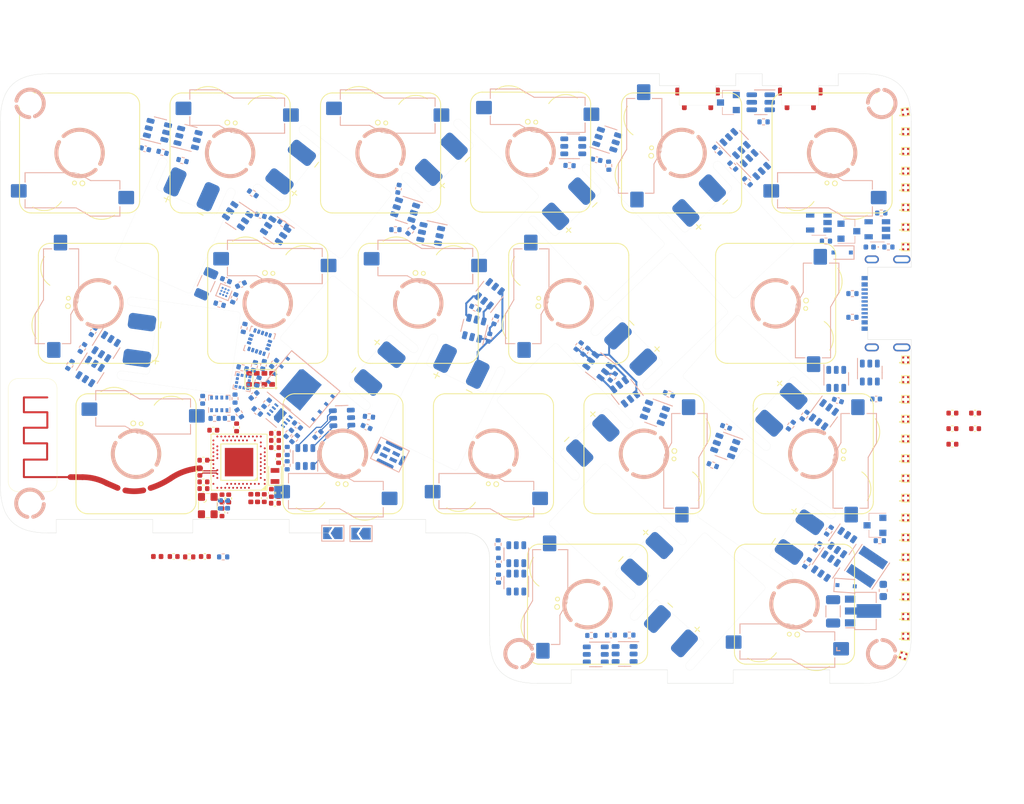
<source format=kicad_pcb>
(kicad_pcb (version 20211014) (generator pcbnew)
  (layers (0 "F.Cu" signal) (1 "In1.Cu" signal) (2 "In2.Cu" signal) (31 "B.Cu" signal) (34 "B.Paste" user) (35 "F.Paste" user) (36 "B.SilkS" user "B.Silkscreen") (37 "F.SilkS" user "F.Silkscreen") (38 "B.Mask" user) (39 "F.Mask" user) (44 "Edge.Cuts" user))
  (net 0 "")
  (net 1 "B1-")
  (net 2 "B+")
  (net 3 "B2-")
  (net 4 "B3-")
  (net 5 "B4-")
  (net 6 "B6-")
  (net 7 "B7-")
  (net 8 "B8-")
  (net 9 "B10-")
  (net 10 "B11-")
  (net 11 "B12-")
  (net 12 "GND")
  (net 14 "Net-(AE1-Pad1)")
  (net 15 "/MCU/P0.29")
  (net 16 "/MCU/P0.02")
  (net 17 "/MCU/P1.15")
  (net 18 "/MCU/P1.13")
  (net 19 "/MCU/P0.25")
  (net 20 "/MCU/P0.13")
  (net 21 "/MCU/P0.15")
  (net 22 "/MCU/P0.24")
  (net 23 "/MCU/P0.30")
  (net 24 "/MCU/P0.28")
  (net 25 "/MCU/P0.03")
  (net 26 "/MCU/P1.14")
  (net 27 "/MCU/P0.10")
  (net 28 "/MCU/P0.06")
  (net 29 "/MCU/P0.09")
  (net 30 "/MCU/P1.06")
  (net 31 "/MCU/P1.04")
  (net 32 "/MCU/P1.03")
  (net 33 "B5-")
  (net 34 "B9-")
  (net 35 "Net-(C1-Pad1)")
  (net 36 "Net-(C2-Pad1)")
  (net 37 "Net-(C3-Pad1)")
  (net 38 "Net-(C4-Pad1)")
  (net 39 "Net-(C5-Pad1)")
  (net 40 "Net-(C6-Pad1)")
  (net 41 "Net-(C7-Pad1)")
  (net 42 "Net-(C8-Pad1)")
  (net 43 "Net-(C9-Pad1)")
  (net 44 "Net-(C10-Pad1)")
  (net 45 "Net-(C11-Pad1)")
  (net 46 "Net-(C12-Pad1)")
  (net 47 "/LEDLane/Led_Vin")
  (net 48 "VBUS")
  (net 49 "B14-")
  (net 50 "B13-")
  (net 51 "SCL")
  (net 52 "Net-(C13-Pad1)")
  (net 53 "Net-(C14-Pad1)")
  (net 54 "Net-(C22-Pad1)")
  (net 55 "Net-(C23-Pad1)")
  (net 56 "Net-(C34-Pad2)")
  (net 57 "Net-(C26-Pad2)")
  (net 58 "Net-(C36-Pad2)")
  (net 59 "Net-(C27-Pad2)")
  (net 60 "/Filter&Reg/VBAT")
  (net 61 "Net-(C29-Pad1)")
  (net 62 "Net-(D1-Pad1)")
  (net 63 "Net-(D2-Pad1)")
  (net 64 "Net-(D2-Pad2)")
  (net 65 "Net-(D3-Pad2)")
  (net 66 "Net-(D4-Pad1)")
  (net 67 "CC1")
  (net 68 "Net-(J1-PadA6)")
  (net 69 "Net-(J1-PadA7)")
  (net 70 "CC2")
  (net 72 "Net-(JP1-Pad1)")
  (net 73 "Net-(JP1-Pad2)")
  (net 74 "Net-(JP2-Pad1)")
  (net 75 "Net-(L1-Pad2)")
  (net 76 "Net-(L2-Pad2)")
  (net 77 "Net-(Q2-Pad1)")
  (net 79 "GND1")
  (net 80 "Net-(Q11-Pad3)")
  (net 82 "Net-(Q11-Pad1)")
  (net 84 "Net-(Q12-Pad3)")
  (net 86 "Net-(Q12-Pad1)")
  (net 88 "Net-(Q13-Pad3)")
  (net 90 "Net-(Q13-Pad1)")
  (net 92 "Net-(Q14-Pad3)")
  (net 94 "Net-(Q14-Pad1)")
  (net 96 "Net-(Q15-Pad3)")
  (net 98 "Net-(Q15-Pad1)")
  (net 100 "Net-(Q16-Pad3)")
  (net 102 "Net-(Q16-Pad1)")
  (net 104 "Net-(Q17-Pad3)")
  (net 106 "Net-(Q17-Pad1)")
  (net 108 "Net-(Q10-Pad4)")
  (net 110 "Net-(Q10-Pad6)")
  (net 111 "Net-(Q11-Pad2)")
  (net 113 "Net-(Q12-Pad2)")
  (net 115 "Net-(Q13-Pad2)")
  (net 117 "Net-(Q14-Pad2)")
  (net 119 "Net-(Q15-Pad2)")
  (net 121 "Net-(Q16-Pad2)")
  (net 123 "Net-(Q17-Pad2)")
  (net 125 "Net-(Q18-Pad2)")
  (net 128 "Net-(Q19-Pad4)")
  (net 130 "Net-(Q19-Pad6)")
  (net 132 "Net-(Q20-Pad4)")
  (net 134 "Net-(Q20-Pad6)")
  (net 136 "Net-(Q21-Pad4)")
  (net 138 "Net-(Q21-Pad6)")
  (net 140 "Net-(Q22-Pad4)")
  (net 142 "Net-(Q22-Pad6)")
  (net 143 "Net-(Q23-Pad2)")
  (net 145 "Net-(Q24-Pad2)")
  (net 147 "Net-(Q25-Pad2)")
  (net 149 "Net-(Q26-Pad2)")
  (net 151 "/ExtVcc/GND_EN")
  (net 152 "/LEDLane/Led_Ground")
  (net 153 "/MCU/BatOffPin")
  (net 154 "SDA")
  (net 155 "/FuelGauge/BatteryPin")
  (net 156 "Net-(C35-Pad2)")
  (net 157 "Net-(C37-Pad2)")
  (net 158 "Net-(C38-Pad1)")
  (net 159 "Net-(C39-Pad2)")
  (net 160 "/Gyro/Gyro_Interupt")
  (net 161 "/BAROMETRIC/CSB")
  (net 162 "/BAROMETRIC/SDO")
  (net 163 "/LIGHT/APDS_IRQ")
  (net 166 "Net-(U2-Pad3)")
  (net 168 "Net-(U4-Pad4)")
  (net 169 "Net-(U5-Pad4)")
  (net 170 "Net-(U6-Pad4)")
  (net 171 "Net-(U7-Pad4)")
  (net 172 "Net-(U8-Pad4)")
  (net 173 "Net-(U10-Pad1)")
  (net 174 "Net-(U10-Pad4)")
  (net 175 "Net-(U11-Pad4)")
  (net 176 "Net-(U12-Pad4)")
  (net 177 "Net-(U13-Pad4)")
  (net 178 "Net-(U14-Pad4)")
  (net 179 "Net-(U15-Pad4)")
  (net 180 "Net-(U16-Pad4)")
  (net 181 "Net-(U17-Pad4)")
  (net 182 "Net-(U18-Pad4)")
  (net 183 "Net-(U19-Pad4)")
  (net 184 "Net-(U20-Pad4)")
  (net 185 "Net-(U21-Pad4)")
  (net 186 "Net-(U22-Pad4)")
  (net 187 "Net-(U23-Pad4)")
  (net 188 "Net-(U24-Pad4)")
  (net 189 "Net-(U25-Pad4)")
  (net 190 "Net-(U26-Pad4)")
  (net 191 "/LEDLane/DIN")
  (net 192 "/MCU/D+")
  (net 193 "/MCU/D-")
  (net 194 "/MCU/P0.31")
  (net 196 "/MCU/SWC")
  (net 197 "DCCH")
  (net 198 "/MCU/P0.14")
  (net 199 "/MCU/P0.16")
  (net 200 "/FLASH/QSPI_SCK")
  (net 201 "/FLASH/QSPI_DATA3")
  (net 202 "/FLASH/QSPI_DATA2")
  (net 203 "/MCU/SWD")
  (net 204 "/FLASH/QSPI_DATA0")
  (net 205 "/FLASH/QSPI_CS")
  (net 206 "/FLASH/QSPI_DATA1")
  (net 207 "/MCU/P1.12")
  (net 208 "/MCU/PDM_DAT")
  (net 209 "/MCU/PDM_CLK")
  (net 210 "PROG")
  (net 211 "/MCU/P0.07")
  (net 212 "/MCU/P0.08")
  (net 213 "/MCU/P1.07")
  (net 214 "/MCU/P0.05")
  (net 218 "Net-(U37-Pad3)")
  (net 222 "Net-(C41-Pad2)")
  (net 223 "Net-(C49-Pad1)")
  (net 225 "Net-(Q27-Pad4)")
  (net 227 "Net-(Q27-Pad6)")
  (net 229 "Net-(Q28-Pad4)")
  (net 231 "Net-(Q28-Pad6)")
  (net 232 "Net-(Q30-Pad2)")
  (net 234 "Net-(Q31-Pad2)")
  (net 236 "Net-(R43-Pad1)")
  (net 237 "Net-(R43-Pad2)")
  (net 238 "Net-(R44-Pad2)")
  (net 239 "Net-(R45-Pad1)")
  (net 240 "/BAROMETRIC/NRF_VDD")
  (footprint "Capacitor_SMD:C_0402_1005Metric" (layer "F.Cu") (at 119.7 115.95)
    (fp_text reference "C34" hide)
    (fp_text value "820pF")
  )
  (footprint "Library:BatteryV2" (layer "F.Cu") (at 177.918309 88.578937 -136)
    (fp_text reference "B6" hide)
    (fp_text value "Battery")
    (fp_line (start 10.35 13.65) (end 10.35 0.2) (layer "Edge.Cuts") (width 0.01))
    (fp_line (start 9.95 -0.2) (end 0.2 -0.2) (layer "Edge.Cuts") (width 0.01))
    (fp_line (start 9.25 10.600002) (end 9.25 13.65) (layer "Edge.Cuts") (width 0.01))
    (fp_line (start 0.9 13.65) (end 0.900002 10.6) (layer "Edge.Cuts") (width 0.01))
    (fp_line (start -0.2 0.2) (end -0.2 13.65) (layer "Edge.Cuts") (width 0.01))
    (fp_line (start 8.85 10.200002) (end 1.300002 10.2) (layer "Edge.Cuts") (width 0.01))
    (fp_arc (start 0.9 13.65) (mid 0.35 14.2) (end -0.2 13.65) (layer "Edge.Cuts") (width 0.01))
    (fp_arc (start 0.900002 10.6) (mid 1.01716 10.317158) (end 1.300002 10.2) (layer "Edge.Cuts") (width 0.01))
    (fp_arc (start 8.85 10.200002) (mid 9.132842 10.31716) (end 9.25 10.600002) (layer "Edge.Cuts") (width 0.01))
    (fp_arc (start 9.95 -0.2) (mid 10.232843 -0.082843) (end 10.35 0.2) (layer "Edge.Cuts") (width 0.01))
    (fp_arc (start -0.2 0.2) (mid -0.082842 -0.082843) (end 0.2 -0.2) (layer "Edge.Cuts") (width 0.01))
    (fp_arc (start 10.35 13.65) (mid 9.8 14.2) (end 9.25 13.65) (layer "Edge.Cuts") (width 0.01))
  )
  (footprint "Library:GateronHotswap" (layer "F.Cu") (at 194.5125 134.188524)
    (fp_text reference "REF**" hide)
    (fp_text value "GateronHotswap")
  )
  (footprint "Library:Led-ARGB" (layer "F.Cu") (at 208.584116 86.443083)
    (fp_text reference "U10" hide)
    (fp_text value "WS2812B_-_1010")
  )
  (footprint "Library:GateronHotswap" (layer "F.Cu") (at 104.025 77.038524)
    (fp_text reference "REF**" hide)
    (fp_text value "GateronHotswap")
  )
  (footprint "" (layer "F.Cu") (at 97.75 70.763524)
    (fp_text reference "")
    (fp_text value "")
  )
  (footprint "" (layer "F.Cu") (at 205.54995 70.763514 -90)
    (fp_text reference "")
    (fp_text value "")
  )
  (footprint "Library:Led-ARGB" (layer "F.Cu") (at 208.584116 79.333083)
    (fp_text reference "U7" hide)
    (fp_text value "WS2812B_-_1010")
  )
  (footprint "Inductor_SMD:L_0402_1005Metric" (layer "F.Cu") (at 113.85 128.15)
    (fp_text reference "L3" hide)
    (fp_text value "3.9nH")
  )
  (footprint "Library:BatteryV2" (layer "F.Cu") (at 194.340207 88.380839 -137)
    (fp_text reference "B1" hide)
    (fp_text value "Battery")
    (fp_line (start 8.85 10.200002) (end 1.300002 10.2) (layer "Edge.Cuts") (width 0.01))
    (fp_line (start 10.35 13.65) (end 10.35 0.2) (layer "Edge.Cuts") (width 0.01))
    (fp_line (start 0.9 13.65) (end 0.900002 10.6) (layer "Edge.Cuts") (width 0.01))
    (fp_line (start -0.2 0.2) (end -0.2 13.65) (layer "Edge.Cuts") (width 0.01))
    (fp_line (start 9.25 10.600002) (end 9.25 13.65) (layer "Edge.Cuts") (width 0.01))
    (fp_line (start 9.95 -0.2) (end 0.2 -0.2) (layer "Edge.Cuts") (width 0.01))
    (fp_arc (start 8.85 10.200002) (mid 9.132842 10.31716) (end 9.25 10.600002) (layer "Edge.Cuts") (width 0.01))
    (fp_arc (start 0.900002 10.6) (mid 1.01716 10.317158) (end 1.300002 10.2) (layer "Edge.Cuts") (width 0.01))
    (fp_arc (start 9.95 -0.2) (mid 10.232843 -0.082843) (end 10.35 0.2) (layer "Edge.Cuts") (width 0.01))
    (fp_arc (start 0.9 13.65) (mid 0.35 14.2) (end -0.2 13.65) (layer "Edge.Cuts") (width 0.01))
    (fp_arc (start 10.35 13.65) (mid 9.8 14.2) (end 9.25 13.65) (layer "Edge.Cuts") (width 0.01))
    (fp_arc (start -0.2 0.2) (mid -0.082842 -0.082842) (end 0.2 -0.2) (layer "Edge.Cuts") (width 0.01))
  )
  (footprint "Library:Led-ARGB" (layer "F.Cu") (at 208.584116 103.252726)
    (fp_text reference "U12" hide)
    (fp_text value "WS2812B_-_1010")
  )
  (footprint "Library:Button" (layer "F.Cu") (at 182.245953 71.013525)
    (fp_text reference "U29" hide)
    (fp_text value "Button")
    (fp_line (start -2.32 0) (end -2.32 -2.25) (layer "Edge.Cuts") (width 0.01))
    (fp_line (start 2.32 0) (end 2.32 -2.25) (layer "Edge.Cuts") (width 0.01))
    (fp_line (start 2.32 0) (end -2.32 0) (layer "Edge.Cuts") (width 0.01))
  )
  (footprint "Library:Led-ARGB" (layer "F.Cu") (at 208.584116 113.252726)
    (fp_text reference "U16" hide)
    (fp_text value "WS2812B_-_1010")
  )
  (footprint "Library:Led-ARGB" (layer "F.Cu") (at 208.584116 74.333083)
    (fp_text reference "U5" hide)
    (fp_text value "WS2812B_-_1010")
  )
  (footprint "Crystal:Crystal_SMD_2012-2Pin_2.0x1.2mm" (layer "F.Cu") (at 128.760541 117.95 90)
    (fp_text reference "X1" hide)
    (fp_text value "32.768 kHz")
  )
  (footprint "Capacitor_SMD:C_0402_1005Metric" (layer "F.Cu") (at 129.2 120.1 -90)
    (fp_text reference "C22" hide)
    (fp_text value "12pF")
  )
  (footprint "Capacitor_SMD:C_0402_1005Metric" (layer "F.Cu") (at 119.7 119.55)
    (fp_text reference "C37" hide)
    (fp_text value "12pF")
  )
  (footprint "Library:crystal 32mhz" (layer "F.Cu") (at 120.25 121.7 -90)
    (fp_text reference "X2" hide)
    (fp_text value "32MHZ")
  )
  (footprint "Library:GateronHotswap" (layer "F.Cu") (at 146.8875 96.088524 180)
    (fp_text reference "REF**" hide)
    (fp_text value "GateronHotswap")
  )
  (footprint "Library:GateronHotswap" (layer "F.Cu") (at 142.125 77.038524 180)
    (fp_text reference "REF**" hide)
    (fp_text value "GateronHotswap")
  )
  (footprint "Library:AQFN-73-1EP_7x7mm_P0.5mm_NRF52840-custom" (layer "F.Cu") (at 124.210541 116.2 180)
    (fp_text reference "U30" hide)
    (fp_text value "nRF52840_aQFN73")
  )
  (footprint "Capacitor_SMD:C_0402_1005Metric" (layer "F.Cu") (at 128.760541 114.35 180)
    (fp_text reference "C24" hide)
    (fp_text value "4.7uF")
  )
  (footprint "Library:Led-ARGB" (layer "F.Cu") (at 208.584116 123.252726)
    (fp_text reference "U20" hide)
    (fp_text value "WS2812B_-_1010")
  )
  (footprint "Library:GateronHotswap" (layer "F.Cu") (at 199.275 77.038524)
    (fp_text reference "REF**" hide)
    (fp_text value "GateronHotswap")
  )
  (footprint "Library:Led-ARGB" (layer "F.Cu") (at 208.584116 125.752726)
    (fp_text reference "U21" hide)
    (fp_text value "WS2812B_-_1010")
  )
  (footprint "Capacitor_SMD:C_0402_1005Metric" (layer "F.Cu") (at 217.375 111.955)
    (fp_text reference "C18" hide)
    (fp_text value "100nF")
  )
  (footprint "Capacitor_SMD:C_0402_1005Metric" (layer "F.Cu") (at 119.25 117.4 90)
    (fp_text reference "C35" hide)
    (fp_text value "1pF")
  )
  (footprint "Capacitor_SMD:C_0402_1005Metric" (layer "F.Cu") (at 122.05 120.8 90)
    (fp_text reference "C32" hide)
    (fp_text value "100nF")
  )
  (footprint "Library:BatteryV2" (layer "F.Cu") (at 180.55 105.3 48)
    (fp_text reference "B7" hide)
    (fp_text value "Battery")
    (fp_line (start -0.2 0.2) (end -0.2 13.65) (layer "Edge.Cuts") (width 0.01))
    (fp_line (start 9.95 -0.2) (end 0.2 -0.2) (layer "Edge.Cuts") (width 0.01))
    (fp_line (start 0.9 13.65) (end 0.900002 10.6) (layer "Edge.Cuts") (width 0.01))
    (fp_line (start 8.85 10.200002) (end 1.300002 10.2) (layer "Edge.Cuts") (width 0.01))
    (fp_line (start 10.35 13.65) (end 10.35 0.2) (layer "Edge.Cuts") (width 0.01))
    (fp_line (start 9.25 10.600002) (end 9.25 13.65) (layer "Edge.Cuts") (width 0.01))
    (fp_arc (start 0.900002 10.6) (mid 1.01716 10.317158) (end 1.300002 10.2) (layer "Edge.Cuts") (width 0.01))
    (fp_arc (start 8.85 10.200002) (mid 9.132842 10.31716) (end 9.25 10.600002) (layer "Edge.Cuts") (width 0.01))
    (fp_arc (start 9.95 -0.2) (mid 10.232843 -0.082843) (end 10.35 0.2) (layer "Edge.Cuts") (width 0.01))
    (fp_arc (start 0.9 13.65) (mid 0.35 14.2) (end -0.2 13.65) (layer "Edge.Cuts") (width 0.01))
    (fp_arc (start -0.2 0.2) (mid -0.082842 -0.082842) (end 0.2 -0.2) (layer "Edge.Cuts") (width 0.01))
    (fp_arc (start 10.35 13.65) (mid 9.8 14.2) (end 9.25 13.65) (layer "Edge.Cuts") (width 0.01))
  )
  (footprint "Library:Led-ARGB" (layer "F.Cu") (at 208.584116 130.752726)
    (fp_text reference "U23" hide)
    (fp_text value "WS2812B_-_1010")
  )
  (footprint "Library:GateronHotswap" (layer "F.Cu") (at 168.31875 134.188524 -90)
    (fp_text reference "REF**" hide)
    (fp_text value "GateronHotswap")
  )
  (footprint "Library:APDS-9960" (layer "F.Cu") (at 126.935 105.65 -90)
    (fp_text reference "U37" hide)
    (fp_text value "APDS-9960")
  )
  (footprint "Library:BatteryV2" (layer "F.Cu") (at 183.131534 125.296797 -42)
    (fp_text reference "B11" hide)
    (fp_text value "Battery")
    (fp_line (start 8.85 10.200002) (end 1.300002 10.2) (layer "Edge.Cuts") (width 0.01))
    (fp_line (start 9.95 -0.2) (end 0.2 -0.2) (layer "Edge.Cuts") (width 0.01))
    (fp_line (start 9.25 10.600002) (end 9.25 13.65) (layer "Edge.Cuts") (width 0.01))
    (fp_line (start 10.35 13.65) (end 10.35 0.2) (layer "Edge.Cuts") (width 0.01))
    (fp_line (start -0.2 0.2) (end -0.2 13.65) (layer "Edge.Cuts") (width 0.01))
    (fp_line (start 0.9 13.65) (end 0.900002 10.6) (layer "Edge.Cuts") (width 0.01))
    (fp_arc (start -0.2 0.2) (mid -0.082842 -0.082842) (end 0.2 -0.2) (layer "Edge.Cuts") (width 0.01))
    (fp_arc (start 9.95 -0.2) (mid 10.232843 -0.082843) (end 10.35 0.2) (layer "Edge.Cuts") (width 0.01))
    (fp_arc (start 0.9 13.65) (mid 0.35 14.2) (end -0.2 13.65) (layer "Edge.Cuts") (width 0.01))
    (fp_arc (start 10.35 13.65) (mid 9.8 14.2) (end 9.25 13.65) (layer "Edge.Cuts") (width 0.01))
    (fp_arc (start 8.85 10.200002) (mid 9.132842 10.31716) (end 9.25 10.600002) (layer "Edge.Cuts") (width 0.01))
    (fp_arc (start 0.900002 10.6) (mid 1.01716 10.317158) (end 1.300002 10.2) (layer "Edge.Cuts") (width 0.01))
  )
  (footprint "Library:Led-ARGB" (layer "F.Cu") (at 208.584116 76.833083)
    (fp_text reference "U6" hide)
    (fp_text value "WS2812B_-_1010")
  )
  (footprint "Library:BatteryV2" (layer "F.Cu") (at 124.193029 97.388894 -98)
    (fp_text reference "B13" hide)
    (fp_text value "Battery")
    (fp_line (start 9.25 10.600002) (end 9.25 13.65) (layer "Edge.Cuts") (width 0.01))
    (fp_line (start 0.9 13.65) (end 0.900002 10.6) (layer "Edge.Cuts") (width 0.01))
    (fp_line (start 10.35 13.65) (end 10.35 0.2) (layer "Edge.Cuts") (width 0.01))
    (fp_line (start 8.85 10.200002) (end 1.300002 10.2) (layer "Edge.Cuts") (width 0.01))
    (fp_line (start 9.95 -0.2) (end 0.2 -0.2) (layer "Edge.Cuts") (width 0.01))
    (fp_line (start -0.2 0.2) (end -0.2 13.65) (layer "Edge.Cuts") (width 0.01))
    (fp_arc (start -0.2 0.2) (mid -0.082842 -0.082842) (end 0.2 -0.2) (layer "Edge.Cuts") (width 0.01))
    (fp_arc (start 0.900002 10.6) (mid 1.01716 10.317158) (end 1.300002 10.2) (layer "Edge.Cuts") (width 0.01))
    (fp_arc (start 10.35 13.65) (mid 9.799999 14.2) (end 9.25 13.65) (layer "Edge.Cuts") (width 0.01))
    (fp_arc (start 8.85 10.200002) (mid 9.132842 10.31716) (end 9.25 10.600002) (layer "Edge.Cuts") (width 0.01))
    (fp_arc (start 9.95 -0.2) (mid 10.232842 -0.082843) (end 10.35 0.2) (layer "Edge.Cuts") (width 0.01))
    (fp_arc (start 0.9 13.65) (mid 0.35 14.2) (end -0.2 13.65) (layer "Edge.Cuts") (width 0.01))
  )
  (footprint "Capacitor_SMD:C_0402_1005Metric" (layer "F.Cu") (at 214.505 111.955)
    (fp_text reference "C20" hide)
    (fp_text value "100nF")
  )
  (footprint "Library:GateronHotswap" (layer "F.Cu") (at 196.893751 115.138524 90)
    (fp_text reference "REF**" hide)
    (fp_text value "GateronHotswap")
  )
  (footprint "Library:Led-ARGB" (layer "F.Cu") (at 208.584116 115.752726)
    (fp_text reference "U17" hide)
    (fp_text value "WS2812B_-_1010")
  )
  (footprint "Library:Led-ARGB" (layer "F.Cu") (at 208.280645 140.716041 -18)
    (fp_text reference "U27" hide)
    (fp_text value "WS2812B_-_1010")
  )
  (footprint "Library:GateronHotswap" (layer "F.Cu") (at 137.3625 115.138524)
    (fp_text reference "REF**" hide)
    (fp_text value "GateronHotswap")
  )
  (footprint "Library:ConicCorner" (layer "F.Cu") (at 207.299949 67.013524)
    (fp_text reference "REF**" hide)
    (fp_text value "ConicCorner" hide)
    (fp_line (start 0.685007 1.565378) (end 0.56 1.44) (layer "Edge.Cuts") (width 0.03))
    (fp_line (start -3.109557 0.029585) (end -3.326097 0.014735) (layer "Edge.Cuts") (width 0.03))
    (fp_line (start -2.476649 0.094994) (end -2.684833 0.069714) (layer "Edge.Cuts") (width 0.03))
    (fp_line (start 0.685007 1.565378) (end 0.803113 1.697657) (layer "Edge.Cuts") (width 0.03))
    (fp_line (start 1.589742 3.127744) (end 1.650704 3.30803) (layer "Edge.Cuts") (width 0.03))
    (fp_line (start -0.608282 0.620207) (end -0.77787 0.545713) (layer "Edge.Cuts") (width 0.03))
    (fp_line (start 0.434993 1.314622) (end 0.302343 1.196887) (layer "Edge.Cuts") (width 0.03))
    (fp_line (start 0.434993 1.314622) (end 0.56 1.44) (layer "Edge.Cuts") (width 0.03))
    (fp_line (start -1.127744 0.410258) (end -1.30803 0.349296) (layer "Edge.Cuts") (width 0.03))
    (fp_line (start 1.905006 4.476649) (end 1.930286 4.684833) (layer "Edge.Cuts") (width 0.03))
    (fp_line (start 1.970415 5.109557) (end 1.985265 5.326097) (layer "Edge.Cuts") (width 0.03))
    (fp_line (start 1.38 2.61) (end 1.454287 2.77787) (layer "Edge.Cuts") (width 0.03))
    (fp_curve (pts (xy 1.113416 2.13435) (xy 1.209506 2.286225) (xy 1.298275 2.444307) (xy 1.379793 2.608282)) (layer "Edge.Cuts") (width 0.03))
    (fp_curve (pts (xy -4 0) (xy -3.771346 0) (xy -3.546712 0.004911) (xy -3.326097 0.014735)) (layer "Edge.Cuts") (width 0.03))
    (fp_curve (pts (xy -0.608282 0.620207) (xy -0.444307 0.701725) (xy -0.286225 0.790494) (xy -0.13435 0.886584)) (layer "Edge.Cuts") (width 0.03))
    (fp_curve (pts (xy 1.650704 3.30803) (xy 1.705157 3.493399) (xy 1.753391 3.683603) (xy 1.795683 3.87844)) (layer "Edge.Cuts") (width 0.03))
    (fp_curve (pts (xy 1.985265 5.326097) (xy 1.995089 5.546712) (xy 2 5.771346) (xy 2 6)) (layer "Edge.Cuts") (width 0.03))
    (fp_curve (pts (xy 1.795683 3.87844) (xy 1.837975 4.073277) (xy 1.874324 4.272747) (xy 1.905006 4.476649)) (layer "Edge.Cuts") (width 0.03))
    (fp_curve (pts (xy -0.13435 0.886584) (xy 0.017526 0.982674) (xy 0.163194 1.086085) (xy 0.302343 1.196887)) (layer "Edge.Cuts") (width 0.03))
    (fp_curve (pts (xy 0.803113 1.697657) (xy 0.913915 1.836806) (xy 1.017326 1.982474) (xy 1.113416 2.13435)) (layer "Edge.Cuts") (width 0.03))
    (fp_curve (pts (xy 1.454287 2.77787) (xy 1.522015 2.952807) (xy 1.522015 2.952807) (xy 1.589742 3.127744)) (layer "Edge.Cuts") (width 0.03))
    (fp_curve (pts (xy -1.127744 0.410258) (xy -0.952807 0.477985) (xy -0.952807 0.477985) (xy -0.77787 0.545713)) (layer "Edge.Cuts") (width 0.03))
    (fp_curve (pts (xy -2.476649 0.094994) (xy -2.272747 0.125676) (xy -2.073277 0.162025) (xy -1.87844 0.204317)) (layer "Edge.Cuts") (width 0.03))
    (fp_curve (pts (xy 1.930286 4.684833) (xy 1.95035 4.897195) (xy 1.95035 4.897195) (xy 1.970415 5.109557)) (layer "Edge.Cuts") (width 0.03))
    (fp_curve (pts (xy -3.109557 0.029585) (xy -2.897195 0.04965) (xy -2.897195 0.04965) (xy -2.684833 0.069714)) (layer "Edge.Cuts") (width 0.03))
    (fp_curve (pts (xy -1.87844 0.204317) (xy -1.683603 0.246609) (xy -1.493399 0.294843) (xy -1.30803 0.349296)) (layer "Edge.Cuts") (width 0.03))
  )
  (footprint "Resistor_SMD:R_0402_1005Metric" (layer "F.Cu") (at 117.9 128.2)
    (fp_text reference "R39" hide)
    (fp_text value "0R")
  )
  (footprint "Library:Led-ARGB" (layer "F.Cu") (at 208.584116 105.752726)
    (fp_text reference "U13" hide)
    (fp_text value "WS2812B_-_1010")
  )
  (footprint "Library:Led-ARGB" (layer "F.Cu") (at 208.584116 83.943083)
    (fp_text reference "U9" hide)
    (fp_text value "WS2812B_-_1010")
  )
  (footprint "Library:Led-ARGB" (layer "F.Cu") (at 208.584116 128.252726)
    (fp_text reference "U22" hide)
    (fp_text value "WS2812B_-_1010")
  )
  (footprint "Library:BatteryV2" (layer "F.Cu") (at 129.575 100.525 50)
    (fp_text reference "B14" hide)
    (fp_text value "Battery")
    (fp_line (start 9.25 10.600002) (end 9.25 13.65) (layer "Edge.Cuts") (width 0.01))
    (fp_line (start 8.85 10.200002) (end 1.300002 10.2) (layer "Edge.Cuts") (width 0.01))
    (fp_line (start 0.9 13.65) (end 0.900002 10.6) (layer "Edge.Cuts") (width 0.01))
    (fp_line (start -0.2 0.2) (end -0.2 13.65) (layer "Edge.Cuts") (width 0.01))
    (fp_line (start 9.95 -0.2) (end 0.2 -0.2) (layer "Edge.Cuts") (width 0.01))
    (fp_line (start 10.35 13.65) (end 10.35 0.2) (layer "Edge.Cuts") (width 0.01))
    (fp_arc (start 10.35 13.65) (mid 9.8 14.2) (end 9.25 13.65) (layer "Edge.Cuts") (width 0.01))
    (fp_arc (start 0.9 13.65) (mid 0.35 14.2) (end -0.2 13.65) (layer "Edge.Cuts") (width 0.01))
    (fp_arc (start -0.2 0.2) (mid -0.082842 -0.082842) (end 0.2 -0.2) (layer "Edge.Cuts") (width 0.01))
    (fp_arc (start 8.85 10.200002) (mid 9.132843 10.31716) (end 9.25 10.600002) (layer "Edge.Cuts") (width 0.01))
    (fp_arc (start 0.900002 10.6) (mid 1.01716 10.317158) (end 1.300002 10.2) (layer "Edge.Cuts") (width 0.01))
    (fp_arc (start 9.95 -0.2) (mid 10.232842 -0.082842) (end 10.35 0.2) (layer "Edge.Cuts") (width 0.01))
  )
  (footprint "Capacitor_SMD:C_0402_1005Metric" (layer "F.Cu") (at 214.505 109.985)
    (fp_text reference "C17" hide)
    (fp_text value "100nF")
  )
  (footprint "Capacitor_SMD:C_0402_1005Metric" (layer "F.Cu") (at 127.4 120.75 90)
    (fp_text reference "C28" hide)
    (fp_text value "1uF")
  )
  (footprint "" (layer "F.Cu") (at 205.549957 140.463525 180)
    (fp_text reference "")
    (fp_text value "")
  )
  (footprint "Library:BatteryV2" (layer "F.Cu") (at 178.878938 89.881692 -46)
    (fp_text reference "B5" hide)
    (fp_text value "Battery")
    (fp_line (start 9.95 -0.2) (end 0.2 -0.2) (layer "Edge.Cuts") (width 0.01))
    (fp_line (start 9.25 10.600002) (end 9.25 13.65) (layer "Edge.Cuts") (width 0.01))
    (fp_line (start -0.2 0.2) (end -0.2 13.65) (layer "Edge.Cuts") (width 0.01))
    (fp_line (start 10.35 13.65) (end 10.35 0.2) (layer "Edge.Cuts") (width 0.01))
    (fp_line (start 0.9 13.65) (end 0.900002 10.6) (layer "Edge.Cuts") (width 0.01))
    (fp_line (start 8.85 10.200002) (end 1.300002 10.2) (layer "Edge.Cuts") (width 0.01))
    (fp_arc (start 9.95 -0.2) (mid 10.232842 -0.082842) (end 10.35 0.2) (layer "Edge.Cuts") (width 0.01))
    (fp_arc (start 0.9 13.65) (mid 0.35 14.2) (end -0.2 13.65) (layer "Edge.Cuts") (width 0.01))
    (fp_arc (start 0.900002 10.6) (mid 1.01716 10.317158) (end 1.300002 10.2) (layer "Edge.Cuts") (width 0.01))
    (fp_arc (start -0.2 0.2) (mid -0.082842 -0.082843) (end 0.2 -0.2) (layer "Edge.Cuts") (width 0.01))
    (fp_arc (start 8.85 10.200002) (mid 9.132842 10.31716) (end 9.25 10.600002) (layer "Edge.Cuts") (width 0.01))
    (fp_arc (start 10.35 13.65) (mid 9.8 14.2) (end 9.25 13.65) (layer "Edge.Cuts") (width 0.01))
  )
  (footprint "Inductor_SMD:L_0402_1005Metric" (layer "F.Cu") (at 125.7 120.75 -90)
    (fp_text reference "L1" hide)
    (fp_text value "15nH")
  )
  (footprint "Library:Led-ARGB" (layer "F.Cu") (at 208.584116 133.252726)
    (fp_text reference "U24" hide)
    (fp_text value "WS2812B_-_1010")
  )
  (footprint "Library:BatteryV2" (layer "F.Cu") (at 117.952058 94.664884 156)
    (fp_text reference "B2" hide)
    (fp_text value "Battery")
    (fp_line (start -0.2 0.2) (end -0.2 13.65) (layer "Edge.Cuts") (width 0.01))
    (fp_line (start 9.25 10.600002) (end 9.25 13.65) (layer "Edge.Cuts") (width 0.01))
    (fp_line (start 8.85 10.200002) (end 1.300002 10.2) (layer "Edge.Cuts") (width 0.01))
    (fp_line (start 0.9 13.65) (end 0.900002 10.6) (layer "Edge.Cuts") (width 0.01))
    (fp_line (start 9.95 -0.2) (end 0.2 -0.2) (layer "Edge.Cuts") (width 0.01))
    (fp_line (start 10.35 13.65) (end 10.35 0.2) (layer "Edge.Cuts") (width 0.01))
    (fp_arc (start 10.35 13.65) (mid 9.8 14.2) (end 9.25 13.65) (layer "Edge.Cuts") (width 0.01))
    (fp_arc (start 0.9 13.65) (mid 0.35 14.2) (end -0.2 13.65) (layer "Edge.Cuts") (width 0.01))
    (fp_arc (start 8.85 10.200002) (mid 9.132843 10.31716) (end 9.25 10.600002) (layer "Edge.Cuts") (width 0.01))
    (fp_arc (start 9.95 -0.2) (mid 10.232843 -0.082843) (end 10.35 0.2) (layer "Edge.Cuts") (width 0.01))
    (fp_arc (start 0.900002 10.6) (mid 1.01716 10.317158) (end 1.300002 10.2) (layer "Edge.Cuts") (width 0.01))
    (fp_arc (start -0.2 0.2) (mid -0.082842 -0.082842) (end 0.2 -0.2) (layer "Edge.Cuts") (width 0.01))
  )
  (footprint "Library:BatteryV2" (layer "F.Cu") (at 151.656124 117.070582 154)
    (fp_text reference "B9" hide)
    (fp_text value "Battery")
    (fp_line (start -0.2 0.2) (end -0.2 13.65) (layer "Edge.Cuts") (width 0.01))
    (fp_line (start 9.95 -0.2) (end 0.2 -0.2) (layer "Edge.Cuts") (width 0.01))
    (fp_line (start 0.9 13.65) (end 0.900002 10.6) (layer "Edge.Cuts") (width 0.01))
    (fp_line (start 8.85 10.200002) (end 1.300002 10.2) (layer "Edge.Cuts") (width 0.01))
    (fp_line (start 10.35 13.65) (end 10.35 0.2) (layer "Edge.Cuts") (width 0.01))
    (fp_line (start 9.25 10.600002) (end 9.25 13.65) (layer "Edge.Cuts") (width 0.01))
    (fp_arc (start -0.2 0.2) (mid -0.082842 -0.082842) (end 0.2 -0.2) (layer "Edge.Cuts") (width 0.01))
    (fp_arc (start 0.900002 10.6) (mid 1.01716 10.317158) (end 1.300002 10.2) (layer "Edge.Cuts") (width 0.01))
    (fp_arc (start 8.85 10.200002) (mid 9.132842 10.31716) (end 9.25 10.600002) (layer "Edge.Cuts") (width 0.01))
    (fp_arc (start 9.95 -0.2) (mid 10.232842 -0.082842) (end 10.35 0.2) (layer "Edge.Cuts") (width 0.01))
    (fp_arc (start 0.9 13.65) (mid 0.35 14.2) (end -0.2 13.65) (layer "Edge.Cuts") (width 0.01))
    (fp_arc (start 10.35 13.65) (mid 9.8 14.2) (end 9.25 13.65) (layer "Edge.Cuts") (width 0.01))
  )
  (footprint "Capacitor_SMD:C_0402_1005Metric" (layer "F.Cu") (at 214.505 113.925)
    (fp_text reference "C19" hide)
    (fp_text value "100nF")
  )
  (footprint "Library:GateronHotswap" (layer "F.Cu") (at 175.462499 115.138524 90)
    (fp_text reference "REF**" hide)
    (fp_text value "GateronHotswap")
  )
  (footprint "Library:ConicCorner" (layer "F.Cu") (at 157.9125 144.213524 180)
    (fp_text reference "REF**" hide)
    (fp_text value "ConicCorner" hide)
    (fp_line (start -2.476649 0.094994) (end -2.684833 0.069714) (layer "Edge.Cuts") (width 0.03))
    (fp_line (start 1.38 2.61) (end 1.454287 2.77787) (layer "Edge.Cuts") (width 0.03))
    (fp_line (start 0.434993 1.314622) (end 0.302343 1.196887) (layer "Edge.Cuts") (width 0.03))
    (fp_line (start 0.685007 1.565378) (end 0.56 1.44) (layer "Edge.Cuts") (width 0.03))
    (fp_line (start 1.905006 4.476649) (end 1.930286 4.684833) (layer "Edge.Cuts") (width 0.03))
    (fp_line (start -1.127744 0.410258) (end -1.30803 0.349296) (layer "Edge.Cuts") (width 0.03))
    (fp_line (start 0.685007 1.565378) (end 0.803113 1.697657) (layer "Edge.Cuts") (width 0.03))
    (fp_line (start 1.589742 3.127744) (end 1.650704 3.30803) (layer "Edge.Cuts") (width 0.03))
    (fp_line (start -3.109557 0.029585) (end -3.326097 0.014735) (layer "Edge.Cuts") (width 0.03))
    (fp_line (start -0.608282 0.620207) (end -0.77787 0.545713) (layer "Edge.Cuts") (width 0.03))
    (fp_line (start 0.434993 1.314622) (end 0.56 1.44) (layer "Edge.Cuts") (width 0.03))
    (fp_line (start 1.970415 5.109557) (end 1.985265 5.326097) (layer "Edge.Cuts") (width 0.03))
    (fp_curve (pts (xy 1.795683 3.87844) (xy 1.837975 4.073277) (xy 1.874324 4.272747) (xy 1.905006 4.476649)) (layer "Edge.Cuts") (width 0.03))
    (fp_curve (pts (xy -0.13435 0.886584) (xy 0.017526 0.982674) (xy 0.163194 1.086085) (xy 0.302343 1.196887)) (layer "Edge.Cuts") (width 0.03))
    (fp_curve (pts (xy -1.87844 0.204317) (xy -1.683603 0.246609) (xy -1.493399 0.294843) (xy -1.30803 0.349296)) (layer "Edge.Cuts") (width 0.03))
    (fp_curve (pts (xy 1.930286 4.684833) (xy 1.95035 4.897195) (xy 1.95035 4.897195) (xy 1.970415 5.109557)) (layer "Edge.Cuts") (width 0.03))
    (fp_curve (pts (xy -4 0) (xy -3.771346 0) (xy -3.546712 0.004911) (xy -3.326097 0.014735)) (layer "Edge.Cuts") (width 0.03))
    (fp_curve (pts (xy -3.109557 0.029585) (xy -2.897195 0.04965) (xy -2.897195 0.04965) (xy -2.684833 0.069714)) (layer "Edge.Cuts") (width 0.03))
    (fp_curve (pts (xy -1.127744 0.410258) (xy -0.952807 0.477985) (xy -0.952807 0.477985) (xy -0.77787 0.545713)) (layer "Edge.Cuts") (width 0.03))
    (fp_curve (pts (xy 1.113416 2.13435) (xy 1.209506 2.286225) (xy 1.298275 2.444307) (xy 1.379793 2.608282)) (layer "Edge.Cuts") (width 0.03))
    (fp_curve (pts (xy 1.650704 3.30803) (xy 1.705157 3.493399) (xy 1.753391 3.683603) (xy 1.795683 3.87844)) (layer "Edge.Cuts") (width 0.03))
    (fp_curve (pts (xy 0.803113 1.697657) (xy 0.913915 1.836806) (xy 1.017326 1.982474) (xy 1.113416 2.13435)) (layer "Edge.Cuts") (width 0.03))
    (fp_curve (pts (xy 1.454287 2.77787) (xy 1.522015 2.952807) (xy 1.522015 2.952807) (xy 1.589742 3.127744)) (layer "Edge.Cuts") (width 0.03))
    (fp_curve (pts (xy -2.476649 0.094994) (xy -2.272747 0.125676) (xy -2.073277 0.162025) (xy -1.87844 0.204317)) (layer "Edge.Cuts") (width 0.03))
    (fp_curve (pts (xy 1.985265 5.326097) (xy 1.995089 5.546712) (xy 2 5.771346) (xy 2 6)) (layer "Edge.Cuts") (width 0.03))
    (fp_curve (pts (xy -0.608282 0.620207) (xy -0.444307 0.701725) (xy -0.286225 0.790494) (xy -0.13435 0.886584)) (layer "Edge.Cuts") (width 0.03))
  )
  (footprint "Capacitor_SMD:C_0402_1005Metric" (layer "F.Cu") (at 119.7 118.7 180)
    (fp_text reference "C38" hide)
    (fp_text value "100pF")
  )
  (footprint "Library:GateronHotswap" (layer "F.Cu") (at 123.075 77.038524 180)
    (fp_text reference "REF**" hide)
    (fp_text value "GateronHotswap")
  )
  (footprint "Capacitor_SMD:C_0402_1005Metric" (layer "F.Cu") (at 120.95 112.15)
    (fp_text reference "C33" hide)
    (fp_text value "100nF")
  )
  (footprint "Library:Led-ARGB" (layer "F.Cu") (at 208.584116 108.252726)
    (fp_text reference "U14" hide)
    (fp_text value "WS2812B_-_1010")
  )
  (footprint "Library:GateronHotswap" (layer "F.Cu") (at 165.9375 96.088524 -90)
    (fp_text reference "REF**" hide)
    (fp_text value "GateronHotswap")
  )
  (footprint "Library:BatteryV2" (layer "F.Cu") (at 182.396263 122.971617 55)
    (fp_text reference "B10" hide)
    (fp_text value "Battery")
    (fp_line (start 10.35 13.65) (end 10.35 0.2) (layer "Edge.Cuts") (width 0.01))
    (fp_line (start 9.25 10.600002) (end 9.25 13.65) (layer "Edge.Cuts") (width 0.01))
    (fp_line (start 0.9 13.65) (end 0.900002 10.6) (layer "Edge.Cuts") (width 0.01))
    (fp_line (start -0.2 0.2) (end -0.2 13.65) (layer "Edge.Cuts") (width 0.01))
    (fp_line (start 9.95 -0.2) (end 0.2 -0.2) (layer "Edge.Cuts") (width 0.01))
    (fp_line (start 8.85 10.200002) (end 1.300002 10.2) (layer "Edge.Cuts") (width 0.01))
    (fp_arc (start 8.85 10.200002) (mid 9.132842 10.31716) (end 9.25 10.600002) (layer "Edge.Cuts") (width 0.01))
    (fp_arc (start -0.2 0.2) (mid -0.082842 -0.082842) (end 0.2 -0.2) (layer "Edge.Cuts") (width 0.01))
    (fp_arc (start 9.95 -0.2) (mid 10.232843 -0.082842) (end 10.35 0.2) (layer "Edge.Cuts") (width 0.01))
    (fp_arc (start 0.9 13.65) (mid 0.35 14.2) (end -0.2 13.65) (layer "Edge.Cuts") (width 0.01))
    (fp_arc (start 0.900002 10.6) (mid 1.01716 10.317158) (end 1.300002 10.2) (layer "Edge.Cuts") (width 0.01))
    (fp_arc (start 10.35 13.65) (mid 9.800001 14.2) (end 9.25 13.65) (layer "Edge.Cuts") (width 0.01))
  )
  (footprint "Capacitor_SMD:C_0402_1005Metric" (layer "F.Cu") (at 129.210541 115.8 90)
    (fp_text reference "C23" hide)
    (fp_text value "12pF")
  )
  (footprint "Library:Led-ARGB" (layer "F.Cu") (at 208.584116 88.93352)
    (fp_text reference "U11" hide)
    (fp_text value "WS2812B_-_1010")
  )
  (footprint "Library:Led-ARGB" (layer "F.Cu") (at 208.584116 110.752726)
    (fp_text reference "U15" hide)
    (fp_text value "WS2812B_-_1010")
  )
  (footprint "Library:Led-ARGB" (layer "F.Cu") (at 208.584116 81.43352)
    (fp_text reference "U8" hide)
    (fp_text value "WS2812B_-_1010")
  )
  (footprint "Capacitor_SMD:C_0402_1005Metric" (layer "F.Cu") (at 123.9 111.8 -90)
    (fp_text reference "C31" hide)
    (fp_text value "100nF")
  )
  (footprint "Library:Led-ARGB" (layer "F.Cu") (at 208.535703 71.84714 8)
    (fp_text reference "U4" hide)
    (fp_text value "WS2812B_-_1010")
  )
  (footprint "Capacitor_SMD:C_0402_1005Metric" (layer "F.Cu") (at 128.75 121.4)
    (fp_text reference "C29" hide)
    (fp_text value "1uF")
  )
  (footprint "Capacitor_SMD:C_0402_1005Metric" (layer "F.Cu") (at 122.05 122.55 -90)
    (fp_text reference "C36" hide)
    (fp_text value "12pF")
  )
  (footprint "Capacitor_SMD:C_0402_1005Metric" (layer "F.Cu") (at 128.760541 112.55 180)
    (fp_text reference "C27" hide)
    (fp_text value "4.7uF")
  )
  (footprint "" (layer "F.Cu") (at 97.75 121.413526 90)
    (fp_text reference "")
    (fp_text value "")
  )
  (footprint "Library:2.4GHz-meander-antenna-v2" (layer "F.Cu") (at 102.7 118.093 -90)
    (fp_text reference "AE1" hide)
    (fp_text value "Antenna" hide)
  )
  (footprint "Inductor_SMD:L_0402_1005Metric" (layer "F.Cu") (at 126.55 120.75 90)
    (fp_text reference "L2" hide)
    (fp_text value "10uH")
  )
  (footprint "Library:GateronHotswap" (layer "F.Cu") (at 127.8375 96.088524 180)
    (fp_text reference "REF**" hide)
    (fp_text value "GateronHotswap")
  )
  (footprint "Capacitor_SMD:C_0402_1005Metric" (layer "F.Cu") (at 217.375 109.985)
    (fp_text reference "C16" hide)
    (fp_text value "100nF")
  )
  (footprint "Library:Led-ARGB" (layer "F.Cu") (at 208.584116 118.252726)
    (fp_text reference "U18" hide)
    (fp_text value "WS2812B_-_1010")
  )
  (footprint "Library:ConicCorner" (layer "F.Cu") (at 96 125.163524 180)
    (fp_text reference "REF**" hide)
    (fp_text value "ConicCorner" hide)
    (fp_line (start -3.109557 0.029585) (end -3.326097 0.014735) (layer "Edge.Cuts") (width 0.03))
    (fp_line (start -2.476649 0.094994) (end -2.684833 0.069714) (layer "Edge.Cuts") (width 0.03))
    (fp_line (start -1.127744 0.410258) (end -1.30803 0.349296) (layer "Edge.Cuts") (width 0.03))
    (fp_line (start 1.589742 3.127744) (end 1.650704 3.30803) (layer "Edge.Cuts") (width 0.03))
    (fp_line (start 1.905006 4.476649) (end 1.930286 4.684833) (layer "Edge.Cuts") (width 0.03))
    (fp_line (start 1.970415 5.109557) (end 1.985265 5.326097) (layer "Edge.Cuts") (width 0.03))
    (fp_line (start 0.685007 1.565378) (end 0.803113 1.697657) (layer "Edge.Cuts") (width 0.03))
    (fp_line (start 0.434993 1.314622) (end 0.302343 1.196887) (layer "Edge.Cuts") (width 0.03))
    (fp_line (start 0.434993 1.314622) (end 0.56 1.44) (layer "Edge.Cuts") (width 0.03))
    (fp_line (start 0.685007 1.565378) (end 0.56 1.44) (layer "Edge.Cuts") (width 0.03))
    (fp_line (start -0.608282 0.620207) (end -0.77787 0.545713) (layer "Edge.Cuts") (width 0.03))
    (fp_line (start 1.38 2.61) (end 1.454287 2.77787) (layer "Edge.Cuts") (width 0.03))
    (fp_curve (pts (xy -1.127744 0.410258) (xy -0.952807 0.477985) (xy -0.952807 0.477985) (xy -0.77787 0.545713)) (layer "Edge.Cuts") (width 0.03))
    (fp_curve (pts (xy -3.109557 0.029585) (xy -2.897195 0.04965) (xy -2.897195 0.04965) (xy -2.684833 0.069714)) (layer "Edge.Cuts") (width 0.03))
    (fp_curve (pts (xy 1.113416 2.13435) (xy 1.209506 2.286225) (xy 1.298275 2.444307) (xy 1.379793 2.608282)) (layer "Edge.Cuts") (width 0.03))
    (fp_curve (pts (xy 1.795683 3.87844) (xy 1.837975 4.073277) (xy 1.874324 4.272747) (xy 1.905006 4.476649)) (layer "Edge.Cuts") (width 0.03))
    (fp_curve (pts (xy -0.608282 0.620207) (xy -0.444307 0.701725) (xy -0.286225 0.790494) (xy -0.13435 0.886584)) (layer "Edge.Cuts") (width 0.03))
    (fp_curve (pts (xy 1.650704 3.30803) (xy 1.705157 3.493399) (xy 1.753391 3.683603) (xy 1.795683 3.87844)) (layer "Edge.Cuts") (width 0.03))
    (fp_curve (pts (xy -0.13435 0.886584) (xy 0.017526 0.982674) (xy 0.163194 1.086085) (xy 0.302343 1.196887)) (layer "Edge.Cuts") (width 0.03))
    (fp_curve (pts (xy 1.454287 2.77787) (xy 1.522015 2.952807) (xy 1.522015 2.952807) (xy 1.589742 3.127744)) (layer "Edge.Cuts") (width 0.03))
    (fp_curve (pts (xy -4 0) (xy -3.771346 0) (xy -3.546712 0.004911) (xy -3.326097 0.014735)) (layer "Edge.Cuts") (width 0.03))
    (fp_curve (pts (xy 0.803113 1.697657) (xy 0.913915 1.836806) (xy 1.017326 1.982474) (xy 1.113416 2.13435)) (layer "Edge.Cuts") (width 0.03))
    (fp_curve (pts (xy -2.476649 0.094994) (xy -2.272747 0.125676) (xy -2.073277 0.162025) (xy -1.87844 0.204317)) (layer "Edge.Cuts") (width 0.03))
    (fp_curve (pts (xy 1.985265 5.326097) (xy 1.995089 5.546712) (xy 2 5.771346) (xy 2 6)) (layer "Edge.Cuts") (width 0.03))
    (fp_curve (pts (xy -1.87844 0.204317) (xy -1.683603 0.246609) (xy -1.493399 0.294843) (xy -1.30803 0.349296)) (layer "Edge.Cuts") (width 0.03))
    (fp_curve (pts (xy 1.930286 4.684833) (xy 1.95035 4.897195) (xy 1.95035 4.897195) (xy 1.970415 5.109557)) (layer "Edge.Cuts") (width 0.03))
  )
  (footprint "Library:BatteryV2" (layer "F.Cu") (at 143.325 82.225 -128)
    (fp_text reference "B12" hide)
    (fp_text value "Battery")
    (fp_line (start 0.9 13.65) (end 0.900002 10.6) (layer "Edge.Cuts") (width 0.01))
    (fp_line (start 10.35 13.65) (end 10.35 0.2) (layer "Edge.Cuts") (width 0.01))
    (fp_line (start 8.85 10.200002) (end 1.300002 10.2) (layer "Edge.Cuts") (width 0.01))
    (fp_line (start 9.95 -0.2) (end 0.2 -0.2) (layer "Edge.Cuts") (width 0.01))
    (fp_line (start 9.25 10.600002) (end 9.25 13.65) (layer "Edge.Cuts") (width 0.01))
    (fp_line (start -0.2 0.2) (end -0.2 13.65) (layer "Edge.Cuts") (width 0.01))
    (fp_arc (start 0.900002 10.6) (mid 1.01716 10.317158) (end 1.300002 10.2) (layer "Edge.Cuts") (width 0.01))
    (fp_arc (start 10.35 13.65) (mid 9.8 14.2) (end 9.25 13.65) (layer "Edge.Cuts") (width 0.01))
    (fp_arc (start -0.2 0.2) (mid -0.082842 -0.082842) (end 0.2 -0.2) (layer "Edge.Cuts") (width 0.01))
    (fp_arc (start 0.9 13.65) (mid 0.35 14.2) (end -0.2 13.65) (layer "Edge.Cuts") (width 0.01))
    (fp_arc (start 9.95 -0.2) (mid 10.232843 -0.082843) (end 10.35 0.2) (layer "Edge.Cuts") (width 0.01))
    (fp_arc (start 8.85 10.200002) (mid 9.132842 10.31716) (end 9.25 10.600002) (layer "Edge.Cuts") (width 0.01))
  )
  (footprint "Library:Led-ARGB" (layer "F.Cu") (at 208.584116 135.752726)
    (fp_text reference "U25" hide)
    (fp_text value "WS2812B_-_1010")
  )
  (footprint "Library:BatteryV2" (layer "F.Cu") (at 163.612634 123.971715 47)
    (fp_text reference "B4" hide)
    (fp_text value "Battery")
    (fp_line (start 10.35 13.65) (end 10.35 0.2) (layer "Edge.Cuts") (width 0.01))
    (fp_line (start 0.9 13.65) (end 0.900002 10.6) (layer "Edge.Cuts") (width 0.01))
    (fp_line (start 9.25 10.600002) (end 9.25 13.65) (layer "Edge.Cuts") (width 0.01))
    (fp_line (start -0.2 0.2) (end -0.2 13.65) (layer "Edge.Cuts") (width 0.01))
    (fp_line (start 9.95 -0.2) (end 0.2 -0.2) (layer "Edge.Cuts") (width 0.01))
    (fp_line (start 8.85 10.200002) (end 1.300002 10.2) (layer "Edge.Cuts") (width 0.01))
    (fp_arc (start -0.2 0.2) (mid -0.082842 -0.082842) (end 0.2 -0.2) (layer "Edge.Cuts") (width 0.01))
    (fp_arc (start 8.85 10.200002) (mid 9.132842 10.31716) (end 9.25 10.600002) (layer "Edge.Cuts") (width 0.01))
    (fp_arc (start 9.95 -0.2) (mid 10.232842 -0.082842) (end 10.35 0.2) (layer "Edge.Cuts") (width 0.01))
    (fp_arc (start 0.900002 10.6) (mid 1.01716 10.317158) (end 1.300002 10.2) (layer "Edge.Cuts") (width 0.01))
    (fp_arc (start 0.9 13.65) (mid 0.35 14.2) (end -0.2 13.65) (layer "Edge.Cuts") (width 0.01))
    (fp_arc (start 10.35 13.65) (mid 9.8 14.2) (end 9.25 13.65) (layer "Edge.Cuts") (width 0.01))
  )
  (footprint "Library:Led-ARGB" (layer "F.Cu") (at 208.584116 138.252726)
    (fp_text reference "U26" hide)
    (fp_text value "WS2812B_-_1010")
  )
  (footprint "Capacitor_SMD:C_0402_1005Metric" (layer "F.Cu") (at 128.3 120.1 90)
    (fp_text reference "C26" hide)
    (fp_text value "100nF")
  )
  (footprint "Library:GateronHotswap" (layer "F.Cu") (at 111.16875 115.138524 180)
    (fp_text reference "REF**" hide)
    (fp_text value "GateronHotswap")
  )
  (footprint "Library:GateronHotswap" (layer "F.Cu") (at 180.225 77.038524 -90)
    (fp_text reference "REF**" hide)
    (fp_text value "GateronHotswap")
  )
  (footprint "Library:Button" (layer "F.Cu") (at 195.245952 71.013522)
    (fp_text reference "U2" hide)
    (fp_text value "Button")
    (fp_line (start 2.32 0) (end -2.32 0) (layer "Edge.Cuts") (width 0.01))
    (fp_line (start 2.32 0) (end 2.32 -2.25) (layer "Edge.Cuts") (width 0.01))
    (fp_line (start -2.32 0) (end -2.32 -2.25) (layer "Edge.Cuts") (width 0.01))
  )
  (footprint "Library:GateronHotswap" (layer "F.Cu") (at 161.111744 76.937516 180)
    (fp_text reference "REF**" hide)
    (fp_text value "GateronHotswap")
  )
  (footprint "Capacitor_SMD:C_0402_1005Metric" (layer "F.Cu") (at 115.93 128.15)
    (fp_text reference "C39" hide)
    (fp_text value "1pF")
  )
  (footprint "Capacitor_SMD:C_0402_1005Metric" (layer "F.Cu") (at 119.88 128.15)
    (fp_text reference "C40" hide)
    (fp_text value "1.5pF")
  )
  (footprint "Library:BatteryV2" (layer "F.Cu") (at 157 108.35 44)
    (fp_text reference "B8" hide)
    (fp_text value "Battery")
    (fp_line (start 10.35 13.65) (end 10.35 0.2) (layer "Edge.Cuts") (width 0.01))
    (fp_line (start 8.85 10.200002) (end 1.300002 10.2) (layer "Edge.Cuts") (width 0.01))
    (fp_line (start 0.9 13.65) (end 0.900002 10.6) (layer "Edge.Cuts") (width 0.01))
    (fp_line (start 9.95 -0.2) (end 0.2 -0.2) (layer "Edge.Cuts") (width 0.01))
    (fp_line (start -0.2 0.2) (end -0.2 13.65) (layer "Edge.Cuts") (width 0.01))
    (fp_line (start 9.25 10.600002) (end 9.25 13.65) (layer "Edge.Cuts") (width 0.01))
    (fp_arc (start 8.85 10.200002) (mid 9.132842 10.31716) (end 9.25 10.600002) (layer "Edge.Cuts") (width 0.01))
    (fp_arc (start 0.9 13.65) (mid 0.35 14.2) (end -0.2 13.65) (layer "Edge.Cuts") (width 0.01))
    (fp_arc (start -0.2 0.2) (mid -0.082842 -0.082843) (end 0.2 -0.2) (layer "Edge.Cuts") (width 0.01))
    (fp_arc (start 9.95 -0.2) (mid 10.232843 -0.082843) (end 10.35 0.2) (layer "Edge.Cuts") (width 0.01))
    (fp_arc (start 0.900002 10.6) (mid 1.01716 10.317158) (end 1.300002 10.2) (layer "Edge.Cuts") (width 0.01))
    (fp_arc (start 10.35 13.65) (mid 9.8 14.2) (end 9.25 13.65) (layer "Edge.Cuts") (width 0.01))
  )
  (footprint "" (layer "F.Cu") (at 159.6625 140.463526 90)
    (fp_text reference "")
    (fp_text value "")
  )
  (footprint "Capacitor_SMD:C_0402_1005Metric" (layer "F.Cu") (at 122.9 120.8 -90)
    (fp_text reference "C30" hide)
    (fp_text value "47nF")
  )
  (footprint "Library:GateronHotswap" (layer "F.Cu") (at 192.13125 96.088523 90)
    (fp_text reference "REF**" hide)
    (fp_text value "GateronHotswap")
  )
  (footprint "Library:BatteryV2" (layer "F.Cu") (at 161.975 82.525 -134)
    (fp_text reference "B3" hide)
    (fp_text value "Battery")
    (fp_line (start -0.2 0.2) (end -0.2 13.65) (layer "Edge.Cuts") (width 0.01))
    (fp_line (start 0.9 13.65) (end 0.900002 10.6) (layer "Edge.Cuts") (width 0.01))
    (fp_line (start 9.25 10.600002) (end 9.25 13.65) (layer "Edge.Cuts") (width 0.01))
    (fp_line (start 10.35 13.65) (end 10.35 0.2) (layer "Edge.Cuts") (width 0.01))
    (fp_line (start 8.85 10.200002) (end 1.300002 10.2) (layer "Edge.Cuts") (width 0.01))
    (fp_line (start 9.95 -0.2) (end 0.2 -0.2) (layer "Edge.Cuts") (width 0.01))
    (fp_arc (start 9.95 -0.2) (mid 10.232843 -0.082843) (end 10.35 0.2) (layer "Edge.Cuts") (width 0.01))
    (fp_arc (start 10.35 13.65) (mid 9.8 14.2) (end 9.25 13.65) (layer "Edge.Cuts") (width 0.01))
    (fp_arc (start 0.900002 10.6) (mid 1.01716 10.317158) (end 1.300002 10.2) (layer "Edge.Cuts") (width 0.01))
    (fp_arc (start 8.85 10.200002) (mid 9.132842 10.31716) (end 9.25 10.600002) (layer "Edge.Cuts") (width 0.01))
    (fp_arc (start -0.2 0.2) (mid -0.082842 -0.082843) (end 0.2 -0.2) (layer "Edge.Cuts") (width 0.01))
    (fp_arc (start 0.9 13.65) (mid 0.35 14.2) (end -0.2 13.65) (layer "Edge.Cuts") (width 0.01))
  )
  (footprint "Library:Led-ARGB" (layer "F.Cu") (at 208.584116 120.752726)
    (fp_text reference "U19" hide)
    (fp_text value "WS2812B_-_1010")
  )
  (footprint "Library:GateronHotswap" (layer "F.Cu") (at 156.4125 115.138524)
    (fp_text reference "REF**" hide)
    (fp_text value "GateronHotswap")
  )
  (footprint "Library:GateronHotswap" (layer "F.Cu") (at 106.40625 96.088524 -90)
    (fp_text reference "REF**" hide)
    (fp_text value "GateronHotswap")
  )
  (footprint "Capacitor_SMD:C_0402_1005Metric" (layer "F.Cu") (at 128.760541 113.45 180)
    (fp_text reference "C25" hide)
    (fp_text value "4.7uF")
  )
  (footprint "Resistor_SMD:R_0402_1005Metric" (layer "B.Cu") (at 114.526969 76.958695 -14)
    (fp_text reference "R12" hide)
    (fp_text value "100")
  )
  (footprint "Diode_SMD:D_SOD-323F" (layer "B.Cu") (at 200.55 89.65 180)
    (fp_text reference "D1" hide)
    (fp_text value "1N5819")
  )
  (footprint "Library:SOT-23-6-Small" (layer "B.Cu") (at 159.300001 127.86 90)
    (fp_text reference "Q14" hide)
    (fp_text value "DW01")
  )
  (footprint "Capacitor_SMD:C_0402_1005Metric" (layer "B.Cu") (at 127.3 103.9 -102)
    (fp_text reference "C48" hide)
    (fp_text value "0.1uF")
  )
  (footprint "Package_TO_SOT_SMD:SOT-23" (layer "B.Cu") (at 186.15 70.65 180)
    (fp_text reference "Q2" hide)
    (fp_text value "AO3407")
  )
  (footprint "Library:SOT-23-6-Small" (layer "B.Cu") (at 105.352859 104.718079 -122)
    (fp_text reference "Q30" hide)
    (fp_text value "DW01")
  )
  (footprint "Resistor_SMD:R_0402_1005Metric" (layer "B.Cu") (at 129.8 86 146)
    (fp_text reference "R26" hide)
    (fp_text value "100")
  )
  (footprint "Resistor_SMD:R_0402_1005Metric" (layer "B.Cu") (at 126.509318 109.772178 140)
    (fp_text reference "R52" hide)
    (fp_text value "10K")
  )
  (footprint "Library:SOT-23-6-Small" (layer "B.Cu") (at 169.65 104.049993 142)
    (fp_text reference "Q15" hide)
    (fp_text value "DW01")
  )
  (footprint "Resistor_SMD:R_0402_1005Metric" (layer "B.Cu") (at 126.15 104.05 76)
    (fp_text reference "R55" hide)
    (fp_text value "10K")
  )
  (footprint "Capacitor_SMD:C_0402_1005Metric" (layer "B.Cu") (at 124.45 93.7 26)
    (fp_text reference "C42" hide)
    (fp_text value "0.1uF")
  )
  (footprint "Capacitor_SMD:C_0402_1005Metric" (layer "B.Cu") (at 126.95 84.95 164)
    (fp_text reference "C12" hide)
    (fp_text value "100nF")
  )
  (footprint "Capacitor_SMD:C_0402_1005Metric" (layer "B.Cu") (at 140.35 111.75 158)
    (fp_text reference "C14" hide)
    (fp_text value "100nF")
  )
  (footprint "Library:USB-C_C168688" (layer "B.Cu") (at 203.802725 96.088524 90)
    (fp_text reference "J1" hide)
    (fp_text value "USB-C USB 2.0 MC-372")
  )
  (footprint "Library:SOT-23-6-Small" (layer "B.Cu") (at 159.300001 131.447497 90)
    (fp_text reference "Q6" hide)
    (fp_text value "8205A")
  )
  (footprint "Library:SOT-23-6-Small" (layer "B.Cu") (at 145.24 84.26 162)
    (fp_text reference "Q13" hide)
    (fp_text value "DW01")
  )
  (footprint "Sensor_Humidity:Sensirion_DFN-8-1EP_2.5x2.5mm_P0.5mm_EP1.1x1.7mm" (layer "B.Cu") (at 129.35 110.3 -40)
    (fp_text reference "U36" hide)
    (fp_text value "SHT30-DIS")
  )
  (footprint "Library:SOT-23-6-Small" (layer "B.Cu") (at 198.49815 129.375869 -124)
    (fp_text reference "Q20" hide)
    (fp_text value "8205A")
  )
  (footprint "Resistor_SMD:R_0402_1005Metric" (layer "B.Cu") (at 205.5 84.65)
    (fp_text reference "R45" hide)
    (fp_text value "12K")
  )
  (footprint "Library:SOT-23-6-Small" (layer "B.Cu") (at 200.573668 126.388203 -124)
    (fp_text reference "Q24" hide)
    (fp_text value "DW01")
  )
  (footprint "Library:SOT-23-6-Small" (layer "B.Cu") (at 117.751541 75.134604 -14)
    (fp_text reference "Q4" hide)
    (fp_text value "8205A")
  )
  (footprint "Resistor_SMD:R_0402_1005Metric" (layer "B.Cu") (at 121.75 96.2 164)
    (fp_text reference "TH1" hide)
    (fp_text value "Thermistor_NTC")
  )
  (footprint "Resistor_SMD:R_0402_1005Metric" (layer "B.Cu") (at 201.85 94.85 180)
    (fp_text reference "R33" hide)
    (fp_text value "5.1K")
  )
  (footprint "LED_SMD:LED_0402_1005Metric" (layer "B.Cu") (at 122.75 121.55 90)
    (fp_text reference "D2" hide)
    (fp_text value "BLUE")
  )
  (footprint "Resistor_SMD:R_0402_1005Metric" (layer "B.Cu") (at 168.8 138.15 180)
    (fp_text reference "R21" hide)
    (fp_text value "1K")
  )
  (footprint "Library:SOT-23-6-Small" (layer "B.Cu") (at 155.925 94.875 52)
    (fp_text reference "Q23" hide)
    (fp_text value "DW01")
  )
  (footprint "Capacitor_SMD:C_0402_1005Metric" (layer "B.Cu") (at 112.319614 76.511393 -14)
    (fp_text reference "C2" hide)
    (fp_text value "100nF")
  )
  (footprint "Resistor_SMD:R_0402_1005Metric" (layer "B.Cu") (at 130.5 112.55 48)
    (fp_text reference "R37" hide)
    (fp_text value "4.7K")
  )
  (footprint "Capacitor_SMD:C_0402_1005Metric" (layer "B.Cu") (at 168.05 102.15 52)
    (fp_text reference "C5" hide)
    (fp_text value "100nF")
  )
  (footprint "Resistor_SMD:R_0402_1005Metric" (layer "B.Cu") (at 166.040311 78.632201 -2)
    (fp_text reference "R16" hide)
    (fp_text value "100")
  )
  (footprint "Library:SOT-23-6-Small" (layer "B.Cu") (at 128.840573 86.853795 146)
    (fp_text reference "Q22" hide)
    (fp_text value "8205A")
  )
  (footprint "Capacitor_SMD:C_0402_1005Metric" (layer "B.Cu") (at 144.39 81.57 80)
    (fp_text reference "C3" hide)
    (fp_text value "100nF")
  )
  (footprint "Resistor_SMD:R_0402_1005Metric" (layer "B.Cu") (at 178.620757 107.57557 160)
    (fp_text reference "R10" hide)
    (fp_text value "1K")
  )
  (footprint "Library:SOT-23-6-Small" (layer "B.Cu") (at 166.5125 76.199995)
    (fp_text reference "Q16" hide)
    (fp_text value "DW01")
  )
  (footprint "Resistor_SMD:R_0402_1005Metric" (layer "B.Cu") (at 102.803491 103.891519 -122)
    (fp_text reference "R27" hide)
    (fp_text value "1K")
  )
  (footprint "Resistor_SMD:R_0402_1005Metric" (layer "B.Cu") (at 127.7 108.75 -130)
    (fp_text reference "R53" hide)
    (fp_text value "10K")
  )
  (footprint "Package_TO_SOT_SMD:SOT-23" (layer "B.Cu") (at 204.7 124.2 180)
    (fp_text reference "Q33" hide)
    (fp_text value "AO3400A")
  )
  (footprint "Library:ConicCorner" (layer "B.Cu") (at 96 67.013524 180)
    (fp_text reference "REF**" hide)
    (fp_text value "ConicCorner" hide)
    (fp_line (start 0.685007 -1.565378) (end 0.803113 -1.697657) (layer "Edge.Cuts") (width 0.03))
    (fp_line (start -0.608282 -0.620207) (end -0.77787 -0.545713) (layer "Edge.Cuts") (width 0.03))
    (fp_line (start 1.905006 -4.476649) (end 1.930286 -4.684833) (layer "Edge.Cuts") (width 0.03))
    (fp_line (start 1.970415 -5.109557) (end 1.985265 -5.326097) (layer "Edge.Cuts") (width 0.03))
    (fp_line (start 1.589742 -3.127744) (end 1.650704 -3.30803) (layer "Edge.Cuts") (width 0.03))
    (fp_line (start 0.685007 -1.565378) (end 0.56 -1.44) (layer "Edge.Cuts") (width 0.03))
    (fp_line (start 1.38 -2.61) (end 1.454287 -2.77787) (layer "Edge.Cuts") (width 0.03))
    (fp_line (start -1.127744 -0.410258) (end -1.30803 -0.349296) (layer "Edge.Cuts") (width 0.03))
    (fp_line (start -2.476649 -0.094994) (end -2.684833 -0.069714) (layer "Edge.Cuts") (width 0.03))
    (fp_line (start 0.434993 -1.314622) (end 0.302343 -1.196887) (layer "Edge.Cuts") (width 0.03))
    (fp_line (start -3.109557 -0.029585) (end -3.326097 -0.014735) (layer "Edge.Cuts") (width 0.03))
    (fp_line (start 0.434993 -1.314622) (end 0.56 -1.44) (layer "Edge.Cuts") (width 0.03))
    (fp_curve (pts (xy 0.803113 -1.697657) (xy 0.913915 -1.836806) (xy 1.017326 -1.982474) (xy 1.113416 -2.13435)) (layer "Edge.Cuts") (width 0.03))
    (fp_curve (pts (xy -2.476649 -0.094994) (xy -2.272747 -0.125676) (xy -2.073277 -0.162025) (xy -1.87844 -0.204317)) (layer "Edge.Cuts") (width 0.03))
    (fp_curve (pts (xy 1.930286 -4.684833) (xy 1.95035 -4.897195) (xy 1.95035 -4.897195) (xy 1.970415 -5.109557)) (layer "Edge.Cuts") (width 0.03))
    (fp_curve (pts (xy 1.985265 -5.326097) (xy 1.995089 -5.546712) (xy 2 -5.771346) (xy 2 -6)) (layer "Edge.Cuts") (width 0.03))
    (fp_curve (pts (xy -3.109557 -0.029585) (xy -2.897195 -0.04965) (xy -2.897195 -0.04965) (xy -2.684833 -0.069714)) (layer "Edge.Cuts") (width 0.03))
    (fp_curve (pts (xy -1.87844 -0.204317) (xy -1.683603 -0.246609) (xy -1.493399 -0.294843) (xy -1.30803 -0.349296)) (layer "Edge.Cuts") (width 0.03))
    (fp_curve (pts (xy -1.127744 -0.410258) (xy -0.952807 -0.477985) (xy -0.952807 -0.477985) (xy -0.77787 -0.545713)) (layer "Edge.Cuts") (width 0.03))
    (fp_curve (pts (xy 1.113416 -2.13435) (xy 1.209506 -2.286225) (xy 1.298275 -2.444307) (xy 1.379793 -2.608282)) (layer "Edge.Cuts") (width 0.03))
    (fp_curve (pts (xy -0.13435 -0.886584) (xy 0.017526 -0.982674) (xy 0.163194 -1.086085) (xy 0.302343 -1.196887)) (layer "Edge.Cuts") (width 0.03))
    (fp_curve (pts (xy -0.608282 -0.620207) (xy -0.444307 -0.701725) (xy -0.286225 -0.790494) (xy -0.13435 -0.886584)) (layer "Edge.Cuts") (width 0.03))
    (fp_curve (pts (xy 1.454287 -2.77787) (xy 1.522015 -2.952807) (xy 1.522015 -2.952807) (xy 1.589742 -3.127744)) (layer "Edge.Cuts") (width 0.03))
    (fp_curve (pts (xy 1.650704 -3.30803) (xy 1.705157 -3.493399) (xy 1.753391 -3.683603) (xy 1.795683 -3.87844)) (layer "Edge.Cuts") (width 0.03))
    (fp_curve (pts (xy 1.795683 -3.87844) (xy 1.837975 -4.073277) (xy 1.874324 -4.272747) (xy 1.905006 -4.476649)) (layer "Edge.Cuts") (width 0.03))
    (fp_curve (pts (xy -4 0) (xy -3.771346 0) (xy -3.546712 -0.004911) (xy -3.326097 -0.014735)) (layer "Edge.Cuts") (width 0.03))
  )
  (footprint "Resistor_SMD:R_0402_1005Metric" (layer "B.Cu") (at 130.310004 114.779998 -90)
    (fp_text reference "R40" hide)
    (fp_text value "820K")
  )
  (footprint "Library:SOT-23-6-Small" (layer "B.Cu") (at 173.01 140.5 180)
    (fp_text reference "Q21" hide)
    (fp_text value "8205A")
  )
  (footprint "Resistor_SMD:R_0402_1005Metric" (layer "B.Cu") (at 173.61 138.1 180)
    (fp_text reference "R25" hide)
    (fp_text value "100")
  )
  (footprint "Capacitor_SMD:C_0402_1005Metric" (layer "B.Cu") (at 105.760485 99.631108 -122)
    (fp_text reference "C13" hide)
    (fp_text value "100nF")
  )
  (footprint "Capacitor_SMD:C_0402_1005Metric" (layer "B.Cu") (at 197.436656 126.925944 -124)
    (fp_text reference "C10" hide)
    (fp_text value "100nF")
  )
  (footprint "Package_TO_SOT_SMD:SOT-23" (layer "B.Cu") (at 201.4 86.95)
    (fp_text reference "Q1" hide)
    (fp_text value "AO3407")
  )
  (footprint "Capacitor_SMD:C_0402_1005Metric" (layer "B.Cu") (at 200.006506 108.398333 -18)
    (fp_text reference "C7" hide)
    (fp_text value "100nF")
  )
  (footprint "Resistor_SMD:R_0402_1005Metric" (layer "B.Cu") (at 190.6 73.1 180)
    (fp_text reference "R2" hide)
    (fp_text value "5.1K")
  )
  (footprint "Resistor_SMD:R_0402_1005Metric" (layer "B.Cu") (at 124.65 104.25 166)
    (fp_text reference "R56" hide)
    (fp_text value "10K")
  )
  (footprint "Capacitor_SMD:C_0402_1005Metric" (layer "B.Cu") (at 171.28 138.1 180)
    (fp_text reference "C11" hide)
    (fp_text value "100nF")
  )
  (footprint "Resistor_SMD:R_0402_1005Metric" (layer "B.Cu") (at 122.928547 110.640531)
    (fp_text reference "R51" hide)
    (fp_text value "10K")
  )
  (footprint "Resistor_SMD:R_0402_1005Metric" (layer "B.Cu") (at 196.108086 128.985043 -124)
    (fp_text reference "R20" hide)
    (fp_text value "1K")
  )
  (footprint "Jumper:SolderJumper-2_P1.3mm_Open_TrianglePad1.0x1.5mm" (layer "B.Cu") (at 139.65 125.25 180)
    (fp_text reference "JP1" hide)
    (fp_text value "SolderJumper_2_Open")
  )
  (footprint "Resistor_SMD:R_0402_1005Metric" (layer "B.Cu") (at 195.8 110.3 -126)
    (fp_text reference "R9" hide)
    (fp_text value "1K")
  )
  (footprint "Library:SPK0415HM4H" (layer "B.Cu") (at 143.3 115.25 -116)
    (fp_text reference "U38" hide)
    (fp_text value "PDM_Mic")
  )
  (footprint "Package_LGA:LGA-16_3x3mm_P0.5mm_LayoutBorder3x5y" (layer "B.Cu") (at 126.8 101 72)
    (fp_text reference "U34" hide)
    (fp_text value "LSM6DS33")
  )
  (footprint "Resistor_SMD:R_0402_1005Metric" (layer "B.Cu") (at 117.05 78 -14)
    (fp_text reference "R4" hide)
    (fp_text value "1K")
  )
  (footprint "Jumper:SolderJumper-2_P1.3mm_Open_TrianglePad1.0x1.5mm" (layer "B.Cu") (at 136.075 125.2 180)
    (fp_text reference "JP2" hide)
    (fp_text value "SolderJumper_2_Open")
  )
  (footprint "Resistor_SMD:R_0402_1005Metric" (layer "B.Cu") (at 126.6 106 74)
    (fp_text reference "R54" hide)
    (fp_text value "10K")
  )
  (footprint "Library:SOT-23-6-Small" (layer "B.Cu") (at 189.573547 78.508324 -46)
    (fp_text reference "Q11" hide)
    (fp_text value "DW01")
  )
  (footprint "Library:SOT-23-6-Small" (layer "B.Cu") (at 124.025737 85.001504 146)
    (fp_text reference "Q26" hide)
    (fp_text value "DW01")
  )
  (footprint "Package_LGA:LGA-12_2x2mm_P0.5mm" (layer "B.Cu") (at 124.7 106 170)
    (fp_text reference "U40" hide)
    (fp_text value "LIS3MDL")
  )
  (footprint "Resistor_SMD:R_0402_1005Metric" (layer "B.Cu") (at 157.05 130.95 90)
    (fp_text reference "R14" hide)
    (fp_text value "100")
  )
  (footprint "Library:SOT-23-6-Small" (layer "B.Cu") (at 198.229093 110.190963 -126)
    (fp_text reference "Q9" hide)
    (fp_text value "8205A")
  )
  (footprint "Package_LGA:Bosch_LGA-8_2x2.5mm_P0.65mm_ClockwisePinNumbering" (layer "B.Cu") (at 121.7 108.81918)
    (fp_text reference "U35" hide)
    (fp_text value "BMP280")
  )
  (footprint "Package_BGA:WLP-9_1.448x1.468mm_Layout3x3_P0.4mm_Ball0.27mm_Pad0.25mm" (layer "B.Cu") (at 122.35 94.65 158)
    (fp_text reference "U31" hide)
    (fp_text value "MAX17055")
  )
  (footprint "Capacitor_SMD:C_0402_1005Metric" (layer "B.Cu") (at 157.050001 128.81 90)
    (fp_text reference "C4" hide)
    (fp_text value "100nF")
  )
  (footprint "Library:SOT-23-6-Small" (layer "B.Cu") (at 204.05 104.85 -90)
    (fp_text reference "U28" hide)
    (fp_text value "USBLC6-2SC6")
  )
  (footprint "Resistor_SMD:R_0402_1005Metric" (layer "B.Cu") (at 198.876089 124.88131 -124)
    (fp_text reference "R24" hide)
    (fp_text value "100")
  )
  (footprint "Resistor_SMD:R_0402_1005Metric" (layer "B.Cu") (at 205.31 126.15 180)
    (fp_text reference "R46" hide)
    (fp_text value "2M")
  )
  (footprint "Resistor_SMD:R_0402_1005Metric" (layer "B.Cu") (at 131.243147 113.219129 48)
    (fp_text reference "R36" hide)
    (fp_text value "4.7K")
  )
  (footprint "Library:SOT-23-6-Small" (layer "B.Cu") (at 187.003317 75.84676 -46)
    (fp_text reference "Q3" hide)
    (fp_text value "8205A")
  )
  (footprint "Resistor_SMD:R_0402_1005Metric" (layer "B.Cu") (at 121.85 121.55 -90)
    (fp_text reference "R38" hide)
    (fp_text value "1K")
  )
  (footprint "Library:SOT-23-6-Small" (layer "B.Cu") (at 173.05 107.3 128)
    (fp_text reference "Q7" hide)
    (fp_text value "8205A")
  )
  (footprint "Library:SOT-23-6-Small" (layer "B.Cu") (at 170.8 75.35 -18)
    (fp_text reference "Q8" hide)
    (fp_text value "8205A")
  )
  (footprint "Library:SOT-23-6-Small" (layer "B.Cu") (at 199.8 105.65 -90)
    (fp_text reference "Q17" hide)
    (fp_text value "DW01")
  )
  (footprint "Capacitor_SMD:C_0402_1005Metric" (layer "B.Cu") (at 184.760841 76.691643 -46)
    (fp_text reference "C1" hide)
    (fp_text value "100nF")
  )
  (footprint "Resistor_SMD:R_0402_1005Metric" (layer "B.Cu") (at 124.229741 110.017495 -58)
    (fp_text reference "R49" hide)
    (fp_text value "10K")
  )
  (footprint "Capacitor_SMD:C_0402_1005Metric" (layer "B.Cu") (at 169.45 77.9 -10)
    (fp_text reference "C6" hide)
    (fp_text value "100nF")
  )
  (footprint "Resistor_SMD:R_0402_1005Metric" (layer "B.Cu") (at 156.65 98.2 -110)
    (fp_text reference "R23" hide)
    (fp_text value "100")
  )
  (footprint "Capacitor_SMD:C_0402_1005Metric" (layer "B.Cu") (at 119.6 108.3 -90)
    (fp_text reference "C45" hide)
    (fp_text value "100nF")
  )
  (footprint "Resistor_SMD:R_0402_1005Metric" (layer "B.Cu") (at 124.85 99.2 78)
    (fp_text reference "R47" hide)
    (fp_text value "4.7K")
  )
  (footprint "Capacitor_SMD:C_0603_1608Metric" (layer "B.Cu") (at 205.75 132.45 -90)
    (fp_text reference "C43" hide)
    (fp_text value "47uF")
  )
  (footprint "Resistor_SMD:R_0402_1005Metric" (layer "B.Cu") (at 201.85 97.85 180)
    (fp_text reference "R34" hide)
    (fp_text value "5.1K")
  )
  (footprint "Resistor_SMD:R_0402_1005Metric" (layer "B.Cu") (at 123.6 95.45 -112)
    (fp_text reference "R43" hide)
    (fp_text value "10k")
  )
  (footprint "Resistor_SMD:R_0402_1005Metric" (layer "B.Cu") (at 171.506615 105.404798 52)
    (fp_text reference "R7" hide)
    (fp_text value "1K")
  )
  (footprint "Package_TO_SOT_SMD:SOT-23-6" (layer "B.Cu") (at 190.245229 70.62 180)
    (fp_text reference "U3" hide)
    (fp_text value "MAX16054")
  )
  (footprint "Package_TO_SOT_SMD:SOT-23-5" (layer "B.Cu") (at 205 86.7 180)
    (fp_text reference "U33" hide)
    (fp_text value "TP4054")
  )
  (footprint "LED_SMD:LED_0402_1005Metric" (layer "B.Cu") (at 204.0325 88.95 180)
    (fp_text reference "D4" hide)
    (fp_text value "RED")
  )
  (footprint "Capacitor_SMD:C_0402_1005Metric" (layer "B.Cu") (at 185.855641 111.737486 160)
    (fp_text reference "C8" hide)
    (fp_text value "100nF")
  )
  (footprint "Capacitor_SMD:C_0402_1005Metric" (layer "B.Cu") (at 204.85 108.2)
    (fp_text reference "C21" hide)
    (fp_text value "100nF")
  )
  (footprint "Capacitor_SMD:C_0402_1005Metric" (layer "B.Cu") (at 155.85 100.425 -102)
    (fp_text reference "C9" hide)
    (fp_text value "100nF")
  )
  (footprint "Resistor_SMD:R_0402_1005Metric" (layer "B.Cu") (at 144 86.75 180)
    (fp_text reference "R13" hide)
    (fp_text value "100")
  )
  (footprint "Resistor_SMD:R_0402_1005Metric" (layer "B.Cu") (at 125.95 82.15 146)
    (fp_text reference "R22" hide)
    (fp_text value "1K")
  )
  (footprint "Resistor_SMD:R_0402_1005Metric" (layer "B.Cu") (at 130.3 116.6 -90)
    (fp_text reference "R41" hide)
    (fp_text value "2M")
  )
  (footprint "Resistor_SMD:R_0402_1005Metric" (layer "B.Cu") (at 104.382683 101.741694 -122)
    (fp_text reference "R30" hide)
    (fp_text value "100")
  )
  (footprint "Library:SOT-23-6-Small" (layer "B.Cu") (at 176.843819 109.94634 160)
    (fp_text reference "Q10" hide)
    (fp_text value "8205A")
  )
  (footprint "Resistor_SMD:R_0402_1005Metric" (layer "B.Cu") (at 167.199994 101.500001 -128)
    (fp_text reference "R15" hide)
    (fp_text value "100")
  )
  (footprint "Library:WSON8" (layer "B.Cu") (at 132 106.95 -40)
    (fp_text reference "U39" hide)
    (fp_text value "GD25Q")
  )
  (footprint "Resistor_SMD:R_0402_1005Metric" (layer "B.Cu") (at 188.545495 80.682745 -46)
    (fp_text reference "R3" hide)
    (fp_text value "1K")
  )
  (footprint "Resistor_SMD:R_0402_1005Metric" (layer "B.Cu") (at 184.170757 116.57557 160)
    (fp_text reference "R18" hide)
    (fp_text value "100")
  )
  (footprint "Package_TO_SOT_SMD:SOT-23-5" (layer "B.Cu") (at 197.6 85.85 180)
    (fp_text reference "U1" hide)
    (fp_text value "AP2112K-3.3")
  )
  (footprint "Resistor_SMD:R_0402_1005Metric" (layer "B.Cu") (at 122.2 128.2 180)
    (fp_text reference "R35" hide)
    (fp_text value "5.1K")
  )
  (footprint "Resistor_SMD:R_0402_1005Metric" (layer "B.Cu") (at 154.125 96.675 -24)
    (fp_text reference "R19" hide)
    (fp_text value "1K")
  )
  (footprint "Library:ConicCorner" (layer "B.Cu") (at 207.29995 144.213524)
    (fp_text reference "REF**" hide)
    (fp_text value "ConicCorner" hide)
    (fp_line (start 0.685007 -1.565378) (end 0.56 -1.44) (layer "Edge.Cuts") (width 0.03))
    (fp_line (start -0.608282 -0.620207) (end -0.77787 -0.545713) (layer "Edge.Cuts") (width 0.03))
    (fp_line (start 0.434993 -1.314622) (end 0.56 -1.44) (layer "Edge.Cuts") (width 0.03))
    (fp_line (start 1.970415 -5.109557) (end 1.985265 -5.326097) (layer "Edge.Cuts") (width 0.03))
    (fp_line (start -3.109557 -0.029585) (end -3.326097 -0.014735) (layer "Edge.Cuts") (width 0.03))
    (fp_line (start -2.476649 -0.094994) (end -2.684833 -0.069714) (layer "Edge.Cuts") (width 0.03))
    (fp_line (start -1.127744 -0.410258) (end -1.30803 -0.349296) (layer "Edge.Cuts") (width 0.03))
    (fp_line (start 1.589742 -3.127744) (end 1.650704 -3.30803) (layer "Edge.Cuts") (width 0.03))
    (fp_line (start 0.685007 -1.565378) (end 0.803113 -1.697657) (layer "Edge.Cuts") (width 0.03))
    (fp_line (start 0.434993 -1.314622) (end 0.302343 -1.196887) (layer "Edge.Cuts") (width 0.03))
    (fp_line (start 1.905006 -4.476649) (end 1.930286 -4.684833) (layer "Edge.Cuts") (width 0.03))
    (fp_line (start 1.38 -2.61) (end 1.454287 -2.77787) (layer "Edge.Cuts") (width 0.03))
    (fp_curve (pts (xy -0.13435 -0.886584) (xy 0.017526 -0.982674) (xy 0.163194 -1.086085) (xy 0.302343 -1.196887)) (layer "Edge.Cuts") (width 0.03))
    (fp_curve (pts (xy -2.476649 -0.094994) (xy -2.272747 -0.125676) (xy -2.073277 -0.162025) (xy -1.87844 -0.204317)) (layer "Edge.Cuts") (width 0.03))
    (fp_curve (pts (xy 1.113416 -2.13435) (xy 1.209506 -2.286225) (xy 1.298275 -2.444307) (xy 1.379793 -2.608282)) (layer "Edge.Cuts") (width 0.03))
    (fp_curve (pts (xy -1.87844 -0.204317) (xy -1.683603 -0.246609) (xy -1.493399 -0.294843) (xy -1.30803 -0.349296)) (layer "Edge.Cuts") (width 0.03))
    (fp_curve (pts (xy 1.650704 -3.30803) (xy 1.705157 -3.493399) (xy 1.753391 -3.683603) (xy 1.795683 -3.87844)) (layer "Edge.Cuts") (width 0.03))
    (fp_curve (pts (xy -4 0) (xy -3.771346 0) (xy -3.546712 -0.004911) (xy -3.326097 -0.014735)) (layer "Edge.Cuts") (width 0.03))
    (fp_curve (pts (xy 1.930286 -4.684833) (xy 1.95035 -4.897195) (xy 1.95035 -4.897195) (xy 1.970415 -5.109557)) (layer "Edge.Cuts") (width 0.03))
    (fp_curve (pts (xy -0.608282 -0.620207) (xy -0.444307 -0.701725) (xy -0.286225 -0.790494) (xy -0.13435 -0.886584)) (layer "Edge.Cuts") (width 0.03))
    (fp_curve (pts (xy 0.803113 -1.697657) (xy 0.913915 -1.836806) (xy 1.017326 -1.982474) (xy 1.113416 -2.13435)) (layer "Edge.Cuts") (width 0.03))
    (fp_curve (pts (xy -3.109557 -0.029585) (xy -2.897195 -0.04965) (xy -2.897195 -0.04965) (xy -2.684833 -0.069714)) (layer "Edge.Cuts") (width 0.03))
    (fp_curve (pts (xy -1.127744 -0.410258) (xy -0.952807 -0.477985) (xy -0.952807 -0.477985) (xy -0.77787 -0.545713)) (layer "Edge.Cuts") (width 0.03))
    (fp_curve (pts (xy 1.795683 -3.87844) (xy 1.837975 -4.073277) (xy 1.874324 -4.272747) (xy 1.905006 -4.476649)) (layer "Edge.Cuts") (width 0.03))
    (fp_curve (pts (xy 1.985265 -5.326097) (xy 1.995089 -5.546712) (xy 2 -5.771346) (xy 2 -6)) (layer "Edge.Cuts") (width 0.03))
    (fp_curve (pts (xy 1.454287 -2.77787) (xy 1.522015 -2.952807) (xy 1.522015 -2.952807) (xy 1.589742 -3.127744)) (layer "Edge.Cuts") (width 0.03))
  )
  (footprint "Library:SOT-23-6-Small" (layer "B.Cu") (at 113.882487 74.169937 -14)
    (fp_text reference "Q12" hide)
    (fp_text value "DW01")
  )
  (footprint "Resistor_SMD:R_0402_1005Metric" (layer "B.Cu") (at 198.5 88.2 180)
    (fp_text reference "R1" hide)
    (fp_text value "100K")
  )
  (footprint "Resistor_SMD:R_0402_1005Metric" (layer "B.Cu") (at 145.937678 86.844795 48)
    (fp_text reference "R5" hide)
    (fp_text value "1K")
  )
  (footprint "Library:SOT-23-6-Small" (layer "B.Cu") (at 137.25 110.6 2)
    (fp_text reference "Q31" hide)
    (fp_text value "DW01")
  )
  (footprint "Package_TO_SOT_SMD:SOT-89-3" (layer "B.Cu") (at 203.19999 135.050002)
    (fp_text reference "U32" hide)
    (fp_text value "BL8530_501SM")
  )
  (footprint "Resistor_SMD:R_0402_1005Metric" (layer "B.Cu") (at 121.116867 110.659475 180)
    (fp_text reference "R48" hide)
    (fp_text value "10K")
  )
  (footprint "Capacitor_SMD:C_1206_3216Metric" (layer "B.Cu") (at 199.4 135.1 -90)
    (fp_text reference "C44" hide)
    (fp_text value "100uF")
  )
  (footprint "Resistor_SMD:R_0402_1005Metric" (layer "B.Cu") (at 123.7 108.15 90)
    (fp_text reference "R50" hide)
    (fp_text value "10K")
  )
  (footprint "Library:SOT-23-6-Small" (layer "B.Cu") (at 132.6 115.55 90)
    (fp_text reference "Q28" hide)
    (fp_text value "8205A")
  )
  (footprint "Library:SOT-23-6-Small" (layer "B.Cu") (at 185.75 114.15 160)
    (fp_text reference "Q18" hide)
    (fp_text value "DW01")
  )
  (footprint "Capacitor_SMD:C_0402_1005Metric" (layer "B.Cu") (at 126.1 107.75 42)
    (fp_text reference "C49" hide)
    (fp_text value "0.1uF")
  )
  (footprint "Diode_SMD:D_SOD-323F" (layer "B.Cu") (at 201.05 131.85 -4)
    (fp_text reference "D3" hide)
    (fp_text value "1N5819")
  )
  (footprint "Resistor_SMD:R_0402_1005Metric" (layer "B.Cu") (at 194.05023 111.562599 -126)
    (fp_text reference "R17" hide)
    (fp_text value "100")
  )
  (footprint "Resistor_SMD:R_0402_1005Metric" (layer "B.Cu") (at 134.2 112.7 44)
    (fp_text reference "R28" hide)
    (fp_text value "1K")
  )
  (footprint "Capacitor_SMD:C_0402_1005Metric" (layer "B.Cu") (at 131.6 111.55 -40)
    (fp_text reference "C46" hide)
    (fp_text value "100nF")
  )
  (footprint "Resistor_SMD:R_0402_1005Metric" (layer "B.Cu") (at 140.65 110.45 -6)
    (fp_text reference "R31" hide)
    (fp_text value "100")
  )
  (footprint "Resistor_SMD:R_0402_1005Metric" (layer "B.Cu") (at 171 78.65 -88)
    (fp_text reference "R8" hide)
    (fp_text value "1K")
  )
  (footprint "Resistor_SMD:R_0402_1005Metric" (layer "B.Cu") (at 157 126.61 90)
    (fp_text reference "R6" hide)
    (fp_text value "1K")
  )
  (footprint "Inductor_SMD:L_Taiyo-Yuden_NR-40xx" (layer "B.Cu") (at 203.699993 129.449998 -124)
    (fp_text reference "L4" hide)
    (fp_text value "22uH")
  )
  (footprint "Resistor_SMD:R_0402_1005Metric" (layer "B.Cu") (at 206.4 88.95)
    (fp_text reference "R44" hide)
    (fp_text value "1K")
  )
  (footprint "Capacitor_SMD:C_0402_1005Metric" (layer "B.Cu") (at 128.65 103.7 -130)
    (fp_text reference "C47" hide)
    (fp_text value "1uF")
  )
  (footprint "Library:SOT-23-6-Small" (layer "B.Cu") (at 153.975 99.25 76)
    (fp_text reference "Q19" hide)
    (fp_text value "8205A")
  )
  (footprint "Capacitor_SMD:C_0402_1005Metric" (layer "B.Cu") (at 122.55 93.15 158)
    (fp_text reference "C41" hide)
    (fp_text value "0.47uF")
  )
  (footprint "Resistor_SMD:R_1206_3216Metric" (layer "B.Cu") (at 120.05 93.6 66)
    (fp_text reference "R42" hide)
    (fp_text value "0.010")
  )
  (footprint "Library:SOT-23-6-Small" (layer "B.Cu") (at 107.382461 101.564392 -122)
    (fp_text reference "Q27" hide)
    (fp_text value "8205A")
  )
  (footprint "Library:SOT-23-6-Small" (layer "B.Cu") (at 169.36 140.55 180)
    (fp_text reference "Q25" hide)
    (fp_text value "DW01")
  )
  (footprint "Resistor_SMD:R_0402_1005Metric" (layer "B.Cu") (at 186.705883 78.705791 -46)
    (fp_text reference "R11" hide)
    (fp_text value "100")
  )
  (footprint "Library:SOT-23-6-Small" (layer "B.Cu") (at 148.472001 87.306808 168)
    (fp_text reference "Q5" hide)
    (fp_text value "8205A")
  )
  (gr_arc (start 115.54 118.26) (mid 114.315439 118.95517) (end 113.006499 119.474292) (layer "F.Cu") (width 0.7215))
  (gr_line (start 107.45 118.863524) (end 108.83839 119.467199) (layer "F.Cu") (width 0.7215))
  (gr_line (start 102.87 118.093) (end 104.4 118.1) (layer "F.Cu") (width 0.7215))
  (gr_arc (start 104.4 118.1) (mid 105.971536 118.295866) (end 107.45 118.863524) (layer "F.Cu") (width 0.7215))
  (gr_arc (start 112.090679 119.77124) (mid 110.95108 119.88413) (end 109.810693 119.779491) (layer "F.Cu") (width 0.7215))
  (gr_arc (start 115.54 118.26) (mid 117.322777 117.36212) (end 119.28 116.97) (layer "F.Cu") (width 0.7215))
  (gr_arc (start 97.411129 123.134092) (mid 96.407195 120.295479) (end 99.377485 120.788414) (layer "B.SilkS") (width 0.5))
  (gr_arc (start 203.807214 70.670886) (mid 204.207367 69.642713) (end 205.143679 69.059118) (layer "B.SilkS") (width 0.5))
  (gr_arc (start 207.27052 140.802393) (mid 204.431903 141.806328) (end 204.924839 138.836034) (layer "B.SilkS") (width 0.5))
  (gr_arc (start 99.492732 121.506163) (mid 99.09258 122.534335) (end 98.156266 123.117925) (layer "B.SilkS") (width 0.5))
  (gr_arc (start 161.405232 140.556163) (mid 161.00508 141.584335) (end 160.068767 142.167925) (layer "B.SilkS") (width 0.5))
  (gr_arc (start 97.657358 72.506254) (mid 96.629188 72.106102) (end 96.0456 71.16979) (layer "B.SilkS") (width 0.5))
  (gr_arc (start 96.029429 70.424654) (mid 98.868045 69.420715) (end 98.375106 72.391009) (layer "B.SilkS") (width 0.5))
  (gr_arc (start 205.888817 69.042953) (mid 206.892751 71.881572) (end 203.922456 71.388635) (layer "B.SilkS") (width 0.5))
  (gr_line (start 199.865614 140.074703) (end 199.865613 139.674704) (layer "B.SilkS") (width 0.15))
  (gr_line (start 200.265613 140.074702) (end 199.865614 140.074703) (layer "B.SilkS") (width 0.15))
  (gr_arc (start 159.323629 142.184093) (mid 158.319694 139.345478) (end 161.289986 139.838414) (layer "B.SilkS") (width 0.5))
  (gr_arc (start 205.642589 138.72079) (mid 206.670761 139.120942) (end 207.254354 140.057254) (layer "B.SilkS") (width 0.5))
  (gr_line (start 101.168995 118.688523) (end 101.168993 106.862526) (layer "F.SilkS") (width 0.03))
  (gr_line (start 96.250001 119.938523) (end 99.918992 119.938524) (layer "F.SilkS") (width 0.03))
  (gr_line (start 99.919001 105.612527) (end 96.249999 105.612525) (layer "F.SilkS") (width 0.03))
  (gr_arc (start 96.250001 119.938523) (mid 95.366116 119.572405) (end 94.999996 118.688521) (layer "F.SilkS") (width 0.03))
  (gr_line (start 94.999994 106.862526) (end 94.999996 118.688521) (layer "F.SilkS") (width 0.03))
  (gr_arc (start 101.168995 118.688523) (mid 100.802877 119.572407) (end 99.918992 119.938524) (layer "F.SilkS") (width 0.03))
  (gr_arc (start 94.999994 106.862526) (mid 95.366113 105.978642) (end 96.249999 105.612525) (layer "F.SilkS") (width 0.03))
  (gr_arc (start 99.919001 105.612527) (mid 100.802881 105.978644) (end 101.168993 106.862526) (layer "F.SilkS") (width 0.03))
  (gr_line locked (start 179.925952 68.513525) (end 179.925953 68.763525) (layer "Edge.Cuts") (width 0.0381))
  (gr_line locked (start 200.065951 67.013522) (end 200.065951 68.513522) (layer "Edge.Cuts") (width 0.0381))
  (gr_line (start 186.770498 144.213524) (end 186.770498 142.513524) (layer "Edge.Cuts") (width 0.03))
  (gr_line locked (start 177.425952 67.013525) (end 177.425952 68.513525) (layer "Edge.Cuts") (width 0.0381))
  (gr_line locked (start 118.356001 123.463524) (end 130.556001 123.463524) (layer "Edge.Cuts") (width 0.0381))
  (gr_line locked (start 190.425951 68.513522) (end 192.925951 68.513522) (layer "Edge.Cuts") (width 0.0381))
  (gr_line locked (start 113.278001 125.163524) (end 118.356001 125.163524) (layer "Edge.Cuts") (width 0.0381))
  (gr_line locked (start 192.925951 68.513522) (end 192.925952 68.763522) (layer "Edge.Cuts") (width 0.0381))
  (gr_line (start 130.556002 125.163524) (end 130.556002 123.463524) (layer "Edge.Cuts") (width 0.03))
  (gr_line (start 147.834003 125.163524) (end 147.834003 123.463524) (layer "Edge.Cuts") (width 0.03))
  (gr_line locked (start 187.065952 67.013525) (end 187.065952 68.513525) (layer "Edge.Cuts") (width 0.0381))
  (gr_line locked (start 166.241499 142.513524) (end 178.441499 142.513524) (layer "Edge.Cuts") (width 0.0381))
  (gr_line (start 203.29995 144.213524) (end 198.970499 144.213524) (layer "Edge.Cuts") (width 0.0381))
  (gr_line (start 209.29995 91.516524) (end 203.802725 91.516524) (layer "Edge.Cuts") (width 0.0381))
  (gr_line (start 135.634002 125.163524) (end 135.634002 123.463524) (layer "Edge.Cuts") (width 0.03))
  (gr_line locked (start 130.556002 125.163524) (end 135.634002 125.163524) (layer "Edge.Cuts") (width 0.0381))
  (gr_line (start 166.241498 144.213524) (end 166.241498 142.513524) (layer "Edge.Cuts") (width 0.03))
  (gr_line (start 135.634003 123.463524) (end 147.834003 123.463524) (layer "Edge.Cuts") (width 0.0381))
  (gr_line (start 209.29995 100.660524) (end 203.802725 100.660524) (layer "Edge.Cuts") (width 0.0381))
  (gr_line locked (start 177.425952 68.513525) (end 179.925952 68.513525) (layer "Edge.Cuts") (width 0.0381))
  (gr_line locked (start 184.565952 68.513525) (end 187.065952 68.513525) (layer "Edge.Cuts") (width 0.0381))
  (gr_line locked (start 197.565951 68.513522) (end 197.565952 68.763522) (layer "Edge.Cuts") (width 0.0381))
  (gr_line (start 94 73.013524) (end 94 119.163524) (layer "Edge.Cuts") (width 0.0381))
  (gr_line (start 101.078 125.163524) (end 101.078 123.463524) (layer "Edge.Cuts") (width 0.03))
  (gr_line (start 198.970499 144.213524) (end 198.970499 142.513524) (layer "Edge.Cuts") (width 0.03))
  (gr_line (start 113.278001 125.163524) (end 113.278001 123.463524) (layer "Edge.Cuts") (width 0.03))
  (gr_line locked (start 190.425951 67.013522) (end 190.425951 68.513522) (layer "Edge.Cuts") (width 0.0381))
  (gr_line locked (start 209.29995 138.213524) (end 209.29995 100.660524) (layer "Edge.Cuts") (width 0.0381))
  (gr_line locked (start 184.565952 68.513525) (end 184.565953 68.763525) (layer "Edge.Cuts") (width 0.0381))
  (gr_line (start 190.425951 67.013522) (end 187.065952 67.013525) (layer "Edge.Cuts") (width 0.03))
  (gr_line (start 203.802725 100.660524) (end 203.802725 91.516524) (layer "Edge.Cuts") (width 0.0381))
  (gr_line locked (start 209.299949 73.013524) (end 209.29995 91.516524) (layer "Edge.Cuts") (width 0.0381))
  (gr_line locked (start 100 125.163524) (end 101.078 125.163524) (layer "Edge.Cuts") (width 0.0381))
  (gr_line (start 177.425952 67.013525) (end 100 67.013524) (layer "Edge.Cuts") (width 0.0381))
  (gr_line locked (start 152.9125 125.163524) (end 147.834003 125.163524) (layer "Edge.Cuts") (width 0.0381))
  (gr_line locked (start 197.565951 68.513522) (end 200.065951 68.513522) (layer "Edge.Cuts") (width 0.0381))
  (gr_line locked (start 166.241499 144.213524) (end 161.9125 144.213524) (layer "Edge.Cuts") (width 0.0381))
  (gr_line (start 118.356001 125.163524) (end 118.356001 123.463524) (layer "Edge.Cuts") (width 0.03))
  (gr_line (start 186.770499 142.513524) (end 198.970499 142.513524) (layer "Edge.Cuts") (width 0.0381))
  (gr_line (start 203.299949 67.013524) (end 200.065951 67.013522) (layer "Edge.Cuts") (width 0.03))
  (gr_arc locked (start 152.9125 125.163524) (mid 155.03382 126.042204) (end 155.9125 128.163524) (layer "Edge.Cuts") (width 0.0381))
  (gr_line (start 178.441499 144.213524) (end 178.441499 142.513524) (layer "Edge.Cuts") (width 0.03))
  (gr_line (start 155.9125 138.213524) (end 155.9125 128.163524) (layer "Edge.Cuts") (width 0.0381))
  (gr_line locked (start 178.441499 144.213524) (end 186.770499 144.213524) (layer "Edge.Cuts") (width 0.0381))
  (gr_line (start 101.078 123.463524) (end 113.278 123.463524) (layer "Edge.Cuts") (width 0.0381))
  (segment (start 121.335541 117.575) (end 121.460541 117.7) (width 0.15) (layer "F.Cu") (net 12))
  (segment (start 119.605 117.575) (end 121.335541 117.575) (width 0.15) (layer "F.Cu") (net 12))
  (segment (start 119.25 117.93) (end 119.605 117.575) (width 0.15) (layer "F.Cu") (net 12))
  (segment (start 171.051074 102.601072) (end 171.051074 101.337223) (width 0.25) (layer "B.Cu") (net 33))
  (segment (start 174.498929 107.611485) (end 174.498927 106.048925) (width 0.25) (layer "B.Cu") (net 33))
  (segment (start 174.498927 106.048925) (end 171.051074 102.601072) (width 0.25) (layer "B.Cu") (net 33))
  (segment (start 168.509194 101.771763) (end 169.338518 102.601077) (width 0.25) (layer "B.Cu") (net 33))
  (segment (start 171.051074 102.601072) (end 169.338518 102.601077) (width 0.25) (layer "B.Cu") (net 33))
  (segment (start 171.051074 101.337223) (end 172.174537 100.21376) (width 0.25) (layer "B.Cu") (net 33))
  (segment (start 168.345517 101.771746) (end 168.509194 101.771763) (width 0.25) (layer "B.Cu") (net 33))
  (segment (start 157.373925 94.563516) (end 157.541354 94.730945) (width 0.25) (layer "B.Cu") (net 34))
  (segment (start 154.422424 102.222289) (end 155.750202 100.894511) (width 0.25) (layer "B.Cu") (net 34))
  (segment (start 155.439228 100.583537) (end 155.750202 100.894511) (width 0.25) (layer "B.Cu") (net 34))
  (segment (start 156.055489 100.894511) (end 155.750202 100.894511) (width 0.25) (layer "B.Cu") (net 34))
  (segment (start 157.541354 94.730945) (end 157.541354 99.408646) (width 0.25) (layer "B.Cu") (net 34))
  (segment (start 154.422424 105.068574) (end 154.422424 102.222289) (width 0.25) (layer "B.Cu") (net 34))
  (segment (start 154.621595 100.583537) (end 155.439228 100.583537) (width 0.25) (layer "B.Cu") (net 34))
  (segment (start 157.541354 99.408646) (end 156.055489 100.894511) (width 0.25) (layer "B.Cu") (net 34))
  (segment (start 167.754482 102.528245) (end 167.932196 102.528243) (width 0.25) (layer "B.Cu") (net 39))
  (segment (start 167.932196 102.528243) (end 168.753642 103.349686) (width 0.25) (layer "B.Cu") (net 39))
  (segment (start 166.886011 101.901887) (end 167.128119 101.90189) (width 0.25) (layer "B.Cu") (net 39))
  (segment (start 167.128119 101.90189) (end 167.754482 102.528245) (width 0.25) (layer "B.Cu") (net 39))
  (segment (start 155.949798 99.955489) (end 155.949798 99.205015) (width 0.25) (layer "B.Cu") (net 43))
  (segment (start 155.949798 99.205015) (end 156.47557 98.679243) (width 0.25) (layer "B.Cu") (net 43))
  (segment (start 134.483979 115.753521) (end 133.55 116.6875) (width 0.15) (layer "B.Cu") (net 49))
  (segment (start 138.419962 111.509723) (end 137.669682 112.260003) (width 0.15) (layer "B.Cu") (net 49))
  (segment (start 134.483979 113.9462) (end 134.483979 115.753521) (width 0.15) (layer "B.Cu") (net 49))
  (segment (start 140.551269 106.112678) (end 141.575 107.136409) (width 0.25) (layer "B.Cu") (net 49))
  (segment (start 136.170176 112.260003) (end 134.483979 113.9462) (width 0.15) (layer "B.Cu") (net 49))
  (segment (start 137.669682 112.260003) (end 136.170176 112.260003) (width 0.15) (layer "B.Cu") (net 49))
  (segment (start 120.18 115.95) (end 120.960541 115.95) (width 0.15) (layer "F.Cu") (net 56))
  (segment (start 171.601071 106.988515) (end 171.45107 106.988511) (width 0.25) (layer "B.Cu") (net 96))
  (segment (start 171.45107 106.988511) (end 169.961481 105.498926) (width 0.25) (layer "B.Cu") (net 96))
  (segment (start 173.098292 105.381395) (end 173.098299 105.818758) (width 0.25) (layer "B.Cu") (net 98))
  (segment (start 171.131242 104.001703) (end 171.718601 104.001704) (width 0.25) (layer "B.Cu") (net 98))
  (segment (start 171.718601 104.001704) (end 173.098292 105.381395) (width 0.25) (layer "B.Cu") (net 98))
  (segment (start 171.820607 105.002906) (end 170.798957 105.002907) (width 0.25) (layer "B.Cu") (net 119))
  (segment (start 170.798957 105.002907) (end 170.546359 104.750321) (width 0.25) (layer "B.Cu") (net 119))
  (segment (start 152.963307 96.086693) (end 153.863516 95.186484) (width 0.25) (layer "B.Cu") (net 128))
  (segment (start 152.963307 97.551365) (end 152.963307 96.086693) (width 0.25) (layer "B.Cu") (net 128))
  (segment (start 153.863516 95.186484) (end 154.476075 95.186484) (width 0.25) (layer "B.Cu") (net 128))
  (segment (start 153.328405 97.916463) (end 152.963307 97.551365) (width 0.25) (layer "B.Cu") (net 128))
  (segment (start 155.171967 98.376114) (end 155.171967 97.157569) (width 0.25) (layer "B.Cu") (net 130))
  (segment (start 155.171967 97.157569) (end 155.973295 96.356241) (width 0.25) (layer "B.Cu") (net 130))
  (segment (start 119.25 116.97) (end 119.58 117.3) (width 0.15) (layer "F.Cu") (net 156))
  (segment (start 119.58 117.3) (end 121.360541 117.3) (width 0.15) (layer "F.Cu") (net 156))
  (segment (start 121.360541 117.3) (end 121.460541 117.2) (width 0.15) (layer "F.Cu") (net 156))
  (segment (start 136.080038 109.690277) (end 135.408881 110.361434) (width 0.15) (layer "B.Cu") (net 229))
  (segment (start 134.584718 111.787015) (end 134.012985 111.787015) (width 0.15) (layer "B.Cu") (net 229))
  (segment (start 135.408881 110.361434) (end 135.408881 110.962852) (width 0.15) (layer "B.Cu") (net 229))
  (segment (start 134.012985 111.787015) (end 131.65 114.15) (width 0.15) (layer "B.Cu") (net 229))
  (segment (start 131.65 114.15) (end 131.65 114.4125) (width 0.15) (layer "B.Cu") (net 229))
  (segment (start 135.408881 110.962852) (end 134.584718 111.787015) (width 0.15) (layer "B.Cu") (net 229))
  (segment (start 133.55 114.3) (end 136.146347 111.703653) (width 0.15) (layer "B.Cu") (net 231))
  (segment (start 133.55 114.4125) (end 133.55 114.3) (width 0.15) (layer "B.Cu") (net 231))
  (segment (start 136.146347 111.703653) (end 136.146347 111.589119) (width 0.15) (layer "B.Cu") (net 231))
  (segment (start 134.566863 112.186028) (end 136.113193 110.639698) (width 0.15) (layer "B.Cu") (net 234))
  (segment (start 134.566863 112.345724) (end 134.566863 112.186028) (width 0.15) (layer "B.Cu") (net 234))
)
</source>
